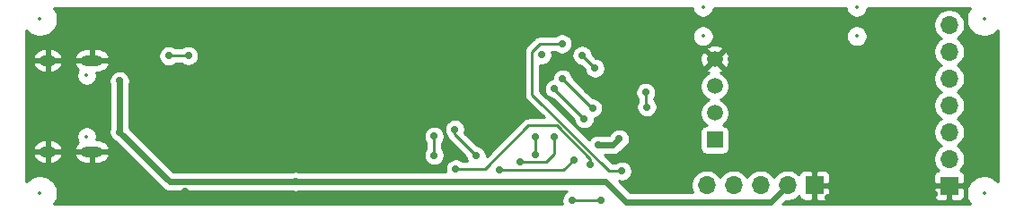
<source format=gbr>
%TF.GenerationSoftware,KiCad,Pcbnew,(5.1.10)-1*%
%TF.CreationDate,2021-05-06T00:31:15+08:00*%
%TF.ProjectId,wifivfd,77696669-7666-4642-9e6b-696361645f70,rev?*%
%TF.SameCoordinates,Original*%
%TF.FileFunction,Copper,L2,Bot*%
%TF.FilePolarity,Positive*%
%FSLAX46Y46*%
G04 Gerber Fmt 4.6, Leading zero omitted, Abs format (unit mm)*
G04 Created by KiCad (PCBNEW (5.1.10)-1) date 2021-05-06 00:31:15*
%MOMM*%
%LPD*%
G01*
G04 APERTURE LIST*
%TA.AperFunction,ComponentPad*%
%ADD10R,1.500000X1.500000*%
%TD*%
%TA.AperFunction,ComponentPad*%
%ADD11C,1.500000*%
%TD*%
%TA.AperFunction,ComponentPad*%
%ADD12O,1.700000X1.700000*%
%TD*%
%TA.AperFunction,ComponentPad*%
%ADD13R,1.700000X1.700000*%
%TD*%
%TA.AperFunction,ComponentPad*%
%ADD14O,2.100000X1.000000*%
%TD*%
%TA.AperFunction,ComponentPad*%
%ADD15O,1.600000X1.000000*%
%TD*%
%TA.AperFunction,ViaPad*%
%ADD16C,0.700000*%
%TD*%
%TA.AperFunction,Conductor*%
%ADD17C,0.600000*%
%TD*%
%TA.AperFunction,Conductor*%
%ADD18C,0.250000*%
%TD*%
%TA.AperFunction,Conductor*%
%ADD19C,0.254000*%
%TD*%
%TA.AperFunction,Conductor*%
%ADD20C,0.350000*%
%TD*%
%ADD21C,0.350000*%
%ADD22O,1.700000X0.600000*%
%ADD23O,1.200000X0.600000*%
G04 APERTURE END LIST*
D10*
%TO.P,DHT11,1*%
%TO.N,+3V3*%
X165600000Y-93200000D03*
D11*
%TO.P,DHT11,2*%
%TO.N,/PIN_D6*%
X165600000Y-90660000D03*
%TO.P,DHT11,3*%
%TO.N,Net-(U3-Pad3)*%
X165600000Y-88120000D03*
%TO.P,DHT11,4*%
%TO.N,GND*%
X165600000Y-85580000D03*
%TD*%
D12*
%TO.P,VFD,7*%
%TO.N,/PIN_D4*%
X187700000Y-82310000D03*
%TO.P,VFD,6*%
%TO.N,/PIN_D5*%
X187700000Y-84850000D03*
%TO.P,VFD,5*%
%TO.N,/PIN_D2*%
X187700000Y-87390000D03*
%TO.P,VFD,4*%
%TO.N,/PIN_D1*%
X187700000Y-89930000D03*
%TO.P,VFD,3*%
%TO.N,/PIN_D0*%
X187700000Y-92470000D03*
%TO.P,VFD,2*%
%TO.N,+5V*%
X187700000Y-95010000D03*
D13*
%TO.P,VFD,1*%
%TO.N,GND*%
X187700000Y-97550000D03*
%TD*%
D14*
%TO.P,Type-C,S1*%
%TO.N,GND*%
X106905000Y-85680000D03*
X106905000Y-94320000D03*
D15*
X102725000Y-85680000D03*
X102725000Y-94320000D03*
%TD*%
D13*
%TO.P,I/O,1*%
%TO.N,GND*%
X175000000Y-97500000D03*
D12*
%TO.P,I/O,2*%
%TO.N,+5V*%
X172460000Y-97500000D03*
%TO.P,I/O,3*%
%TO.N,/ADC*%
X169920000Y-97500000D03*
%TO.P,I/O,4*%
%TO.N,/PIN_D8*%
X167380000Y-97500000D03*
%TO.P,I/O,5*%
%TO.N,/PIN_D7*%
X164840000Y-97500000D03*
%TD*%
D16*
%TO.N,GND*%
X172500000Y-85000000D03*
X174500000Y-85000000D03*
X173500000Y-85000000D03*
X167150000Y-85550000D03*
X115550000Y-86600000D03*
X108950000Y-97300000D03*
X112600000Y-91500000D03*
X154400000Y-81050000D03*
X183400000Y-98300000D03*
X186250000Y-98300000D03*
X176300000Y-98700000D03*
X128250000Y-92750000D03*
X115700000Y-98100000D03*
X120000000Y-81800000D03*
X143100000Y-90700000D03*
X144800000Y-90700000D03*
X144800000Y-89150000D03*
X143100000Y-89150000D03*
X191000000Y-88000000D03*
X191000000Y-89000000D03*
X191000000Y-90000000D03*
X191000000Y-91000000D03*
X131500000Y-87500000D03*
X132500000Y-87500000D03*
X133500000Y-87500000D03*
X134500000Y-87500000D03*
X122500000Y-94000000D03*
X114500000Y-89500000D03*
X115500000Y-89500000D03*
X133000000Y-95500000D03*
X134000000Y-95500000D03*
X135000000Y-95500000D03*
X178500000Y-97000000D03*
X178500000Y-98000000D03*
X168750000Y-82500000D03*
X183250000Y-82450000D03*
X160000000Y-83000000D03*
X174500000Y-83000000D03*
%TO.N,+5V*%
X126100000Y-97150000D03*
X109500000Y-92450000D03*
X109500000Y-87600000D03*
%TO.N,+3V3*%
X154600000Y-93700000D03*
X156600000Y-93100000D03*
%TO.N,/D_N*%
X115982929Y-85232927D03*
X114150000Y-85250000D03*
%TO.N,/PIN_D4*%
X149300000Y-85150000D03*
X153100000Y-85200000D03*
X154310349Y-86410349D03*
%TO.N,/PIN_D5*%
X150450000Y-92899998D03*
X147250000Y-95300004D03*
%TO.N,/PIN_D2*%
X151250000Y-87450000D03*
X154100000Y-90200000D03*
%TO.N,/PIN_D1*%
X153300000Y-91200000D03*
X150500000Y-88350000D03*
%TO.N,/PIN_D0*%
X152300000Y-95100000D03*
X145350000Y-96050000D03*
%TO.N,/PIN_D7*%
X154900000Y-98950000D03*
X152149998Y-98950000D03*
%TO.N,/PIN_D8*%
X151200000Y-84100000D03*
X156850000Y-96150000D03*
%TO.N,/ADC*%
X141200000Y-95950000D03*
X153900000Y-95525010D03*
%TO.N,Net-(R1-Pad1)*%
X141100000Y-92200000D03*
X143100000Y-94700000D03*
%TO.N,/nRST*%
X139150000Y-94650000D03*
X139149996Y-92850000D03*
%TO.N,/PIN_D6*%
X148700000Y-94600000D03*
X148700000Y-92900000D03*
X159100000Y-88700000D03*
X159200000Y-90100000D03*
%TD*%
D17*
%TO.N,+5V*%
X114200000Y-97150000D02*
X109500000Y-92450000D01*
X126100000Y-97150000D02*
X114200000Y-97150000D01*
X109500000Y-92450000D02*
X109500000Y-87600000D01*
X170860000Y-99100000D02*
X172460000Y-97500000D01*
X157250000Y-99100000D02*
X170860000Y-99100000D01*
X155300000Y-97150000D02*
X157250000Y-99100000D01*
X126100000Y-97150000D02*
X155300000Y-97150000D01*
%TO.N,+3V3*%
X156000000Y-93700000D02*
X156600000Y-93100000D01*
X154600000Y-93700000D02*
X156000000Y-93700000D01*
D18*
%TO.N,/D_N*%
X114167073Y-85232927D02*
X114150000Y-85250000D01*
X115982929Y-85232927D02*
X114167073Y-85232927D01*
%TO.N,/PIN_D4*%
X153100000Y-85200000D02*
X154310349Y-86410349D01*
%TO.N,/PIN_D5*%
X149694970Y-95300004D02*
X147250000Y-95300004D01*
X150450000Y-92899998D02*
X150450000Y-94544974D01*
X150450000Y-94544974D02*
X149694970Y-95300004D01*
%TO.N,/PIN_D2*%
X151250000Y-87450000D02*
X154000000Y-90200000D01*
X154000000Y-90200000D02*
X154100000Y-90200000D01*
%TO.N,/PIN_D1*%
X150500000Y-88400000D02*
X150500000Y-88350000D01*
X153300000Y-91200000D02*
X150500000Y-88400000D01*
%TO.N,/PIN_D0*%
X152300000Y-95100000D02*
X151350000Y-96050000D01*
X151350000Y-96050000D02*
X145350000Y-96050000D01*
%TO.N,/PIN_D7*%
X154900000Y-98950000D02*
X152149998Y-98950000D01*
%TO.N,/PIN_D8*%
X148400000Y-88900000D02*
X155650000Y-96150000D01*
X155650000Y-96150000D02*
X156850000Y-96150000D01*
X148400000Y-84850000D02*
X148400000Y-88900000D01*
X149150000Y-84100000D02*
X148400000Y-84850000D01*
X151200000Y-84100000D02*
X149150000Y-84100000D01*
%TO.N,/ADC*%
X150719964Y-91850000D02*
X153900000Y-95030036D01*
X153900000Y-95030036D02*
X153900000Y-95525010D01*
X148050000Y-91850000D02*
X150719964Y-91850000D01*
X143950000Y-95950000D02*
X148050000Y-91850000D01*
X141200000Y-95950000D02*
X143950000Y-95950000D01*
%TO.N,Net-(R1-Pad1)*%
X141100000Y-92700000D02*
X143100000Y-94700000D01*
X141100000Y-92200000D02*
X141100000Y-92700000D01*
%TO.N,/nRST*%
X139150000Y-94650000D02*
X139150000Y-92850004D01*
X139150000Y-92850004D02*
X139149996Y-92850000D01*
%TO.N,/PIN_D6*%
X148700000Y-94600000D02*
X148700000Y-92900000D01*
X159100000Y-90000000D02*
X159200000Y-90100000D01*
X159100000Y-88700000D02*
X159100000Y-90000000D01*
%TD*%
D19*
%TO.N,GND*%
X163490000Y-80724476D02*
X163528814Y-80919606D01*
X163604950Y-81103414D01*
X163715482Y-81268837D01*
X163856163Y-81409518D01*
X164021586Y-81520050D01*
X164205394Y-81596186D01*
X164400524Y-81635000D01*
X164599476Y-81635000D01*
X164794606Y-81596186D01*
X164978414Y-81520050D01*
X165143837Y-81409518D01*
X165284518Y-81268837D01*
X165395050Y-81103414D01*
X165471186Y-80919606D01*
X165510000Y-80724476D01*
X165510000Y-80710000D01*
X177990000Y-80710000D01*
X177990000Y-80724476D01*
X178028814Y-80919606D01*
X178104950Y-81103414D01*
X178215482Y-81268837D01*
X178356163Y-81409518D01*
X178521586Y-81520050D01*
X178705394Y-81596186D01*
X178900524Y-81635000D01*
X179099476Y-81635000D01*
X179294606Y-81596186D01*
X179478414Y-81520050D01*
X179643837Y-81409518D01*
X179784518Y-81268837D01*
X179895050Y-81103414D01*
X179971186Y-80919606D01*
X180010000Y-80724476D01*
X180010000Y-80710000D01*
X189668373Y-80710000D01*
X189506772Y-80951853D01*
X189379754Y-81258504D01*
X189315000Y-81584042D01*
X189315000Y-81915958D01*
X189379754Y-82241496D01*
X189506772Y-82548147D01*
X189691175Y-82824125D01*
X189925875Y-83058825D01*
X190201853Y-83243228D01*
X190508504Y-83370246D01*
X190834042Y-83435000D01*
X191165958Y-83435000D01*
X191491496Y-83370246D01*
X191798147Y-83243228D01*
X192074125Y-83058825D01*
X192290001Y-82842949D01*
X192290000Y-97157050D01*
X192074125Y-96941175D01*
X191798147Y-96756772D01*
X191491496Y-96629754D01*
X191165958Y-96565000D01*
X190834042Y-96565000D01*
X190508504Y-96629754D01*
X190201853Y-96756772D01*
X189925875Y-96941175D01*
X189691175Y-97175875D01*
X189506772Y-97451853D01*
X189379754Y-97758504D01*
X189315000Y-98084042D01*
X189315000Y-98415958D01*
X189379754Y-98741496D01*
X189506772Y-99048147D01*
X189668373Y-99290000D01*
X171992289Y-99290000D01*
X172300018Y-98982271D01*
X172313740Y-98985000D01*
X172606260Y-98985000D01*
X172893158Y-98927932D01*
X173163411Y-98815990D01*
X173406632Y-98653475D01*
X173538487Y-98521620D01*
X173560498Y-98594180D01*
X173619463Y-98704494D01*
X173698815Y-98801185D01*
X173795506Y-98880537D01*
X173905820Y-98939502D01*
X174025518Y-98975812D01*
X174150000Y-98988072D01*
X174714250Y-98985000D01*
X174873000Y-98826250D01*
X174873000Y-97627000D01*
X175127000Y-97627000D01*
X175127000Y-98826250D01*
X175285750Y-98985000D01*
X175850000Y-98988072D01*
X175974482Y-98975812D01*
X176094180Y-98939502D01*
X176204494Y-98880537D01*
X176301185Y-98801185D01*
X176380537Y-98704494D01*
X176439502Y-98594180D01*
X176475812Y-98474482D01*
X176483147Y-98400000D01*
X186211928Y-98400000D01*
X186224188Y-98524482D01*
X186260498Y-98644180D01*
X186319463Y-98754494D01*
X186398815Y-98851185D01*
X186495506Y-98930537D01*
X186605820Y-98989502D01*
X186725518Y-99025812D01*
X186850000Y-99038072D01*
X187414250Y-99035000D01*
X187573000Y-98876250D01*
X187573000Y-97677000D01*
X187827000Y-97677000D01*
X187827000Y-98876250D01*
X187985750Y-99035000D01*
X188550000Y-99038072D01*
X188674482Y-99025812D01*
X188794180Y-98989502D01*
X188904494Y-98930537D01*
X189001185Y-98851185D01*
X189080537Y-98754494D01*
X189139502Y-98644180D01*
X189175812Y-98524482D01*
X189188072Y-98400000D01*
X189185000Y-97835750D01*
X189026250Y-97677000D01*
X187827000Y-97677000D01*
X187573000Y-97677000D01*
X186373750Y-97677000D01*
X186215000Y-97835750D01*
X186211928Y-98400000D01*
X176483147Y-98400000D01*
X176488072Y-98350000D01*
X176485000Y-97785750D01*
X176326250Y-97627000D01*
X175127000Y-97627000D01*
X174873000Y-97627000D01*
X174853000Y-97627000D01*
X174853000Y-97373000D01*
X174873000Y-97373000D01*
X174873000Y-96173750D01*
X175127000Y-96173750D01*
X175127000Y-97373000D01*
X176326250Y-97373000D01*
X176485000Y-97214250D01*
X176487799Y-96700000D01*
X186211928Y-96700000D01*
X186215000Y-97264250D01*
X186373750Y-97423000D01*
X187573000Y-97423000D01*
X187573000Y-97403000D01*
X187827000Y-97403000D01*
X187827000Y-97423000D01*
X189026250Y-97423000D01*
X189185000Y-97264250D01*
X189188072Y-96700000D01*
X189175812Y-96575518D01*
X189139502Y-96455820D01*
X189080537Y-96345506D01*
X189001185Y-96248815D01*
X188904494Y-96169463D01*
X188794180Y-96110498D01*
X188721620Y-96088487D01*
X188853475Y-95956632D01*
X189015990Y-95713411D01*
X189127932Y-95443158D01*
X189185000Y-95156260D01*
X189185000Y-94863740D01*
X189127932Y-94576842D01*
X189015990Y-94306589D01*
X188853475Y-94063368D01*
X188646632Y-93856525D01*
X188472240Y-93740000D01*
X188646632Y-93623475D01*
X188853475Y-93416632D01*
X189015990Y-93173411D01*
X189127932Y-92903158D01*
X189185000Y-92616260D01*
X189185000Y-92323740D01*
X189127932Y-92036842D01*
X189015990Y-91766589D01*
X188853475Y-91523368D01*
X188646632Y-91316525D01*
X188472240Y-91200000D01*
X188646632Y-91083475D01*
X188853475Y-90876632D01*
X189015990Y-90633411D01*
X189127932Y-90363158D01*
X189185000Y-90076260D01*
X189185000Y-89783740D01*
X189127932Y-89496842D01*
X189015990Y-89226589D01*
X188853475Y-88983368D01*
X188646632Y-88776525D01*
X188472240Y-88660000D01*
X188646632Y-88543475D01*
X188853475Y-88336632D01*
X189015990Y-88093411D01*
X189127932Y-87823158D01*
X189185000Y-87536260D01*
X189185000Y-87243740D01*
X189127932Y-86956842D01*
X189015990Y-86686589D01*
X188853475Y-86443368D01*
X188646632Y-86236525D01*
X188472240Y-86120000D01*
X188646632Y-86003475D01*
X188853475Y-85796632D01*
X189015990Y-85553411D01*
X189127932Y-85283158D01*
X189185000Y-84996260D01*
X189185000Y-84703740D01*
X189127932Y-84416842D01*
X189015990Y-84146589D01*
X188853475Y-83903368D01*
X188646632Y-83696525D01*
X188472240Y-83580000D01*
X188646632Y-83463475D01*
X188853475Y-83256632D01*
X189015990Y-83013411D01*
X189127932Y-82743158D01*
X189185000Y-82456260D01*
X189185000Y-82163740D01*
X189127932Y-81876842D01*
X189015990Y-81606589D01*
X188853475Y-81363368D01*
X188646632Y-81156525D01*
X188403411Y-80994010D01*
X188133158Y-80882068D01*
X187846260Y-80825000D01*
X187553740Y-80825000D01*
X187266842Y-80882068D01*
X186996589Y-80994010D01*
X186753368Y-81156525D01*
X186546525Y-81363368D01*
X186384010Y-81606589D01*
X186272068Y-81876842D01*
X186215000Y-82163740D01*
X186215000Y-82456260D01*
X186272068Y-82743158D01*
X186384010Y-83013411D01*
X186546525Y-83256632D01*
X186753368Y-83463475D01*
X186927760Y-83580000D01*
X186753368Y-83696525D01*
X186546525Y-83903368D01*
X186384010Y-84146589D01*
X186272068Y-84416842D01*
X186215000Y-84703740D01*
X186215000Y-84996260D01*
X186272068Y-85283158D01*
X186384010Y-85553411D01*
X186546525Y-85796632D01*
X186753368Y-86003475D01*
X186927760Y-86120000D01*
X186753368Y-86236525D01*
X186546525Y-86443368D01*
X186384010Y-86686589D01*
X186272068Y-86956842D01*
X186215000Y-87243740D01*
X186215000Y-87536260D01*
X186272068Y-87823158D01*
X186384010Y-88093411D01*
X186546525Y-88336632D01*
X186753368Y-88543475D01*
X186927760Y-88660000D01*
X186753368Y-88776525D01*
X186546525Y-88983368D01*
X186384010Y-89226589D01*
X186272068Y-89496842D01*
X186215000Y-89783740D01*
X186215000Y-90076260D01*
X186272068Y-90363158D01*
X186384010Y-90633411D01*
X186546525Y-90876632D01*
X186753368Y-91083475D01*
X186927760Y-91200000D01*
X186753368Y-91316525D01*
X186546525Y-91523368D01*
X186384010Y-91766589D01*
X186272068Y-92036842D01*
X186215000Y-92323740D01*
X186215000Y-92616260D01*
X186272068Y-92903158D01*
X186384010Y-93173411D01*
X186546525Y-93416632D01*
X186753368Y-93623475D01*
X186927760Y-93740000D01*
X186753368Y-93856525D01*
X186546525Y-94063368D01*
X186384010Y-94306589D01*
X186272068Y-94576842D01*
X186215000Y-94863740D01*
X186215000Y-95156260D01*
X186272068Y-95443158D01*
X186384010Y-95713411D01*
X186546525Y-95956632D01*
X186678380Y-96088487D01*
X186605820Y-96110498D01*
X186495506Y-96169463D01*
X186398815Y-96248815D01*
X186319463Y-96345506D01*
X186260498Y-96455820D01*
X186224188Y-96575518D01*
X186211928Y-96700000D01*
X176487799Y-96700000D01*
X176488072Y-96650000D01*
X176475812Y-96525518D01*
X176439502Y-96405820D01*
X176380537Y-96295506D01*
X176301185Y-96198815D01*
X176204494Y-96119463D01*
X176094180Y-96060498D01*
X175974482Y-96024188D01*
X175850000Y-96011928D01*
X175285750Y-96015000D01*
X175127000Y-96173750D01*
X174873000Y-96173750D01*
X174714250Y-96015000D01*
X174150000Y-96011928D01*
X174025518Y-96024188D01*
X173905820Y-96060498D01*
X173795506Y-96119463D01*
X173698815Y-96198815D01*
X173619463Y-96295506D01*
X173560498Y-96405820D01*
X173538487Y-96478380D01*
X173406632Y-96346525D01*
X173163411Y-96184010D01*
X172893158Y-96072068D01*
X172606260Y-96015000D01*
X172313740Y-96015000D01*
X172026842Y-96072068D01*
X171756589Y-96184010D01*
X171513368Y-96346525D01*
X171306525Y-96553368D01*
X171190000Y-96727760D01*
X171073475Y-96553368D01*
X170866632Y-96346525D01*
X170623411Y-96184010D01*
X170353158Y-96072068D01*
X170066260Y-96015000D01*
X169773740Y-96015000D01*
X169486842Y-96072068D01*
X169216589Y-96184010D01*
X168973368Y-96346525D01*
X168766525Y-96553368D01*
X168650000Y-96727760D01*
X168533475Y-96553368D01*
X168326632Y-96346525D01*
X168083411Y-96184010D01*
X167813158Y-96072068D01*
X167526260Y-96015000D01*
X167233740Y-96015000D01*
X166946842Y-96072068D01*
X166676589Y-96184010D01*
X166433368Y-96346525D01*
X166226525Y-96553368D01*
X166110000Y-96727760D01*
X165993475Y-96553368D01*
X165786632Y-96346525D01*
X165543411Y-96184010D01*
X165273158Y-96072068D01*
X164986260Y-96015000D01*
X164693740Y-96015000D01*
X164406842Y-96072068D01*
X164136589Y-96184010D01*
X163893368Y-96346525D01*
X163686525Y-96553368D01*
X163524010Y-96796589D01*
X163412068Y-97066842D01*
X163355000Y-97353740D01*
X163355000Y-97646260D01*
X163412068Y-97933158D01*
X163508100Y-98165000D01*
X157637290Y-98165000D01*
X156571112Y-97098823D01*
X156752986Y-97135000D01*
X156947014Y-97135000D01*
X157137314Y-97097147D01*
X157316572Y-97022896D01*
X157477901Y-96915099D01*
X157615099Y-96777901D01*
X157722896Y-96616572D01*
X157797147Y-96437314D01*
X157835000Y-96247014D01*
X157835000Y-96052986D01*
X157797147Y-95862686D01*
X157722896Y-95683428D01*
X157615099Y-95522099D01*
X157477901Y-95384901D01*
X157316572Y-95277104D01*
X157137314Y-95202853D01*
X156947014Y-95165000D01*
X156752986Y-95165000D01*
X156562686Y-95202853D01*
X156383428Y-95277104D01*
X156222099Y-95384901D01*
X156217000Y-95390000D01*
X155964802Y-95390000D01*
X155209802Y-94635000D01*
X155954068Y-94635000D01*
X156000000Y-94639524D01*
X156045932Y-94635000D01*
X156183292Y-94621471D01*
X156359540Y-94568007D01*
X156521972Y-94481186D01*
X156664344Y-94364344D01*
X156693630Y-94328659D01*
X157037246Y-93985043D01*
X157066572Y-93972896D01*
X157227901Y-93865099D01*
X157365099Y-93727901D01*
X157472896Y-93566572D01*
X157547147Y-93387314D01*
X157585000Y-93197014D01*
X157585000Y-93002986D01*
X157547147Y-92812686D01*
X157472896Y-92633428D01*
X157365099Y-92472099D01*
X157343000Y-92450000D01*
X164211928Y-92450000D01*
X164211928Y-93950000D01*
X164224188Y-94074482D01*
X164260498Y-94194180D01*
X164319463Y-94304494D01*
X164398815Y-94401185D01*
X164495506Y-94480537D01*
X164605820Y-94539502D01*
X164725518Y-94575812D01*
X164850000Y-94588072D01*
X166350000Y-94588072D01*
X166474482Y-94575812D01*
X166594180Y-94539502D01*
X166704494Y-94480537D01*
X166801185Y-94401185D01*
X166880537Y-94304494D01*
X166939502Y-94194180D01*
X166975812Y-94074482D01*
X166988072Y-93950000D01*
X166988072Y-92450000D01*
X166975812Y-92325518D01*
X166939502Y-92205820D01*
X166880537Y-92095506D01*
X166801185Y-91998815D01*
X166704494Y-91919463D01*
X166594180Y-91860498D01*
X166474482Y-91824188D01*
X166366517Y-91813555D01*
X166482886Y-91735799D01*
X166675799Y-91542886D01*
X166827371Y-91316043D01*
X166931775Y-91063989D01*
X166985000Y-90796411D01*
X166985000Y-90523589D01*
X166931775Y-90256011D01*
X166827371Y-90003957D01*
X166675799Y-89777114D01*
X166482886Y-89584201D01*
X166256043Y-89432629D01*
X166153127Y-89390000D01*
X166256043Y-89347371D01*
X166482886Y-89195799D01*
X166675799Y-89002886D01*
X166827371Y-88776043D01*
X166931775Y-88523989D01*
X166985000Y-88256411D01*
X166985000Y-87983589D01*
X166931775Y-87716011D01*
X166827371Y-87463957D01*
X166675799Y-87237114D01*
X166482886Y-87044201D01*
X166256043Y-86892629D01*
X166156721Y-86851489D01*
X166198832Y-86836277D01*
X166311863Y-86775860D01*
X166377388Y-86536993D01*
X165600000Y-85759605D01*
X164822612Y-86536993D01*
X164888137Y-86775860D01*
X165046477Y-86850164D01*
X164943957Y-86892629D01*
X164717114Y-87044201D01*
X164524201Y-87237114D01*
X164372629Y-87463957D01*
X164268225Y-87716011D01*
X164215000Y-87983589D01*
X164215000Y-88256411D01*
X164268225Y-88523989D01*
X164372629Y-88776043D01*
X164524201Y-89002886D01*
X164717114Y-89195799D01*
X164943957Y-89347371D01*
X165046873Y-89390000D01*
X164943957Y-89432629D01*
X164717114Y-89584201D01*
X164524201Y-89777114D01*
X164372629Y-90003957D01*
X164268225Y-90256011D01*
X164215000Y-90523589D01*
X164215000Y-90796411D01*
X164268225Y-91063989D01*
X164372629Y-91316043D01*
X164524201Y-91542886D01*
X164717114Y-91735799D01*
X164833483Y-91813555D01*
X164725518Y-91824188D01*
X164605820Y-91860498D01*
X164495506Y-91919463D01*
X164398815Y-91998815D01*
X164319463Y-92095506D01*
X164260498Y-92205820D01*
X164224188Y-92325518D01*
X164211928Y-92450000D01*
X157343000Y-92450000D01*
X157227901Y-92334901D01*
X157066572Y-92227104D01*
X156887314Y-92152853D01*
X156697014Y-92115000D01*
X156502986Y-92115000D01*
X156312686Y-92152853D01*
X156133428Y-92227104D01*
X155972099Y-92334901D01*
X155834901Y-92472099D01*
X155727104Y-92633428D01*
X155714957Y-92662754D01*
X155612711Y-92765000D01*
X154916639Y-92765000D01*
X154887314Y-92752853D01*
X154697014Y-92715000D01*
X154502986Y-92715000D01*
X154312686Y-92752853D01*
X154133428Y-92827104D01*
X153972099Y-92934901D01*
X153834901Y-93072099D01*
X153759598Y-93184797D01*
X149160000Y-88585199D01*
X149160000Y-88252986D01*
X149515000Y-88252986D01*
X149515000Y-88447014D01*
X149552853Y-88637314D01*
X149627104Y-88816572D01*
X149734901Y-88977901D01*
X149872099Y-89115099D01*
X150033428Y-89222896D01*
X150212686Y-89297147D01*
X150349575Y-89324376D01*
X152315000Y-91289802D01*
X152315000Y-91297014D01*
X152352853Y-91487314D01*
X152427104Y-91666572D01*
X152534901Y-91827901D01*
X152672099Y-91965099D01*
X152833428Y-92072896D01*
X153012686Y-92147147D01*
X153202986Y-92185000D01*
X153397014Y-92185000D01*
X153587314Y-92147147D01*
X153766572Y-92072896D01*
X153927901Y-91965099D01*
X154065099Y-91827901D01*
X154172896Y-91666572D01*
X154247147Y-91487314D01*
X154285000Y-91297014D01*
X154285000Y-91167499D01*
X154387314Y-91147147D01*
X154566572Y-91072896D01*
X154727901Y-90965099D01*
X154865099Y-90827901D01*
X154972896Y-90666572D01*
X155047147Y-90487314D01*
X155085000Y-90297014D01*
X155085000Y-90102986D01*
X155047147Y-89912686D01*
X154972896Y-89733428D01*
X154865099Y-89572099D01*
X154727901Y-89434901D01*
X154566572Y-89327104D01*
X154387314Y-89252853D01*
X154197014Y-89215000D01*
X154089802Y-89215000D01*
X153477788Y-88602986D01*
X158115000Y-88602986D01*
X158115000Y-88797014D01*
X158152853Y-88987314D01*
X158227104Y-89166572D01*
X158334901Y-89327901D01*
X158340000Y-89333000D01*
X158340001Y-89614127D01*
X158327104Y-89633428D01*
X158252853Y-89812686D01*
X158215000Y-90002986D01*
X158215000Y-90197014D01*
X158252853Y-90387314D01*
X158327104Y-90566572D01*
X158434901Y-90727901D01*
X158572099Y-90865099D01*
X158733428Y-90972896D01*
X158912686Y-91047147D01*
X159102986Y-91085000D01*
X159297014Y-91085000D01*
X159487314Y-91047147D01*
X159666572Y-90972896D01*
X159827901Y-90865099D01*
X159965099Y-90727901D01*
X160072896Y-90566572D01*
X160147147Y-90387314D01*
X160185000Y-90197014D01*
X160185000Y-90002986D01*
X160147147Y-89812686D01*
X160072896Y-89633428D01*
X159965099Y-89472099D01*
X159860000Y-89367000D01*
X159860000Y-89333000D01*
X159865099Y-89327901D01*
X159972896Y-89166572D01*
X160047147Y-88987314D01*
X160085000Y-88797014D01*
X160085000Y-88602986D01*
X160047147Y-88412686D01*
X159972896Y-88233428D01*
X159865099Y-88072099D01*
X159727901Y-87934901D01*
X159566572Y-87827104D01*
X159387314Y-87752853D01*
X159197014Y-87715000D01*
X159002986Y-87715000D01*
X158812686Y-87752853D01*
X158633428Y-87827104D01*
X158472099Y-87934901D01*
X158334901Y-88072099D01*
X158227104Y-88233428D01*
X158152853Y-88412686D01*
X158115000Y-88602986D01*
X153477788Y-88602986D01*
X152235000Y-87360199D01*
X152235000Y-87352986D01*
X152197147Y-87162686D01*
X152122896Y-86983428D01*
X152015099Y-86822099D01*
X151877901Y-86684901D01*
X151716572Y-86577104D01*
X151537314Y-86502853D01*
X151347014Y-86465000D01*
X151152986Y-86465000D01*
X150962686Y-86502853D01*
X150783428Y-86577104D01*
X150622099Y-86684901D01*
X150484901Y-86822099D01*
X150377104Y-86983428D01*
X150302853Y-87162686D01*
X150265000Y-87352986D01*
X150265000Y-87392447D01*
X150212686Y-87402853D01*
X150033428Y-87477104D01*
X149872099Y-87584901D01*
X149734901Y-87722099D01*
X149627104Y-87883428D01*
X149552853Y-88062686D01*
X149515000Y-88252986D01*
X149160000Y-88252986D01*
X149160000Y-86126450D01*
X149202986Y-86135000D01*
X149397014Y-86135000D01*
X149587314Y-86097147D01*
X149766572Y-86022896D01*
X149927901Y-85915099D01*
X150065099Y-85777901D01*
X150172896Y-85616572D01*
X150247147Y-85437314D01*
X150285000Y-85247014D01*
X150285000Y-85102986D01*
X152115000Y-85102986D01*
X152115000Y-85297014D01*
X152152853Y-85487314D01*
X152227104Y-85666572D01*
X152334901Y-85827901D01*
X152472099Y-85965099D01*
X152633428Y-86072896D01*
X152812686Y-86147147D01*
X153002986Y-86185000D01*
X153010199Y-86185000D01*
X153325349Y-86500151D01*
X153325349Y-86507363D01*
X153363202Y-86697663D01*
X153437453Y-86876921D01*
X153545250Y-87038250D01*
X153682448Y-87175448D01*
X153843777Y-87283245D01*
X154023035Y-87357496D01*
X154213335Y-87395349D01*
X154407363Y-87395349D01*
X154597663Y-87357496D01*
X154776921Y-87283245D01*
X154938250Y-87175448D01*
X155075448Y-87038250D01*
X155183245Y-86876921D01*
X155257496Y-86697663D01*
X155295349Y-86507363D01*
X155295349Y-86313335D01*
X155257496Y-86123035D01*
X155183245Y-85943777D01*
X155075448Y-85782448D01*
X154945492Y-85652492D01*
X164210188Y-85652492D01*
X164251035Y-85922238D01*
X164343723Y-86178832D01*
X164404140Y-86291863D01*
X164643007Y-86357388D01*
X165420395Y-85580000D01*
X165779605Y-85580000D01*
X166556993Y-86357388D01*
X166795860Y-86291863D01*
X166911760Y-86044884D01*
X166977250Y-85780040D01*
X166989812Y-85507508D01*
X166948965Y-85237762D01*
X166856277Y-84981168D01*
X166795860Y-84868137D01*
X166556993Y-84802612D01*
X165779605Y-85580000D01*
X165420395Y-85580000D01*
X164643007Y-84802612D01*
X164404140Y-84868137D01*
X164288240Y-85115116D01*
X164222750Y-85379960D01*
X164210188Y-85652492D01*
X154945492Y-85652492D01*
X154938250Y-85645250D01*
X154776921Y-85537453D01*
X154597663Y-85463202D01*
X154407363Y-85425349D01*
X154400151Y-85425349D01*
X154085000Y-85110199D01*
X154085000Y-85102986D01*
X154047147Y-84912686D01*
X153972896Y-84733428D01*
X153899115Y-84623007D01*
X164822612Y-84623007D01*
X165600000Y-85400395D01*
X166377388Y-84623007D01*
X166311863Y-84384140D01*
X166064884Y-84268240D01*
X165800040Y-84202750D01*
X165527508Y-84190188D01*
X165257762Y-84231035D01*
X165001168Y-84323723D01*
X164888137Y-84384140D01*
X164822612Y-84623007D01*
X153899115Y-84623007D01*
X153865099Y-84572099D01*
X153727901Y-84434901D01*
X153566572Y-84327104D01*
X153387314Y-84252853D01*
X153197014Y-84215000D01*
X153002986Y-84215000D01*
X152812686Y-84252853D01*
X152633428Y-84327104D01*
X152472099Y-84434901D01*
X152334901Y-84572099D01*
X152227104Y-84733428D01*
X152152853Y-84912686D01*
X152115000Y-85102986D01*
X150285000Y-85102986D01*
X150285000Y-85052986D01*
X150247147Y-84862686D01*
X150246034Y-84860000D01*
X150567000Y-84860000D01*
X150572099Y-84865099D01*
X150733428Y-84972896D01*
X150912686Y-85047147D01*
X151102986Y-85085000D01*
X151297014Y-85085000D01*
X151487314Y-85047147D01*
X151666572Y-84972896D01*
X151827901Y-84865099D01*
X151965099Y-84727901D01*
X152072896Y-84566572D01*
X152147147Y-84387314D01*
X152185000Y-84197014D01*
X152185000Y-84002986D01*
X152147147Y-83812686D01*
X152072896Y-83633428D01*
X151965099Y-83472099D01*
X151827901Y-83334901D01*
X151739038Y-83275524D01*
X163490000Y-83275524D01*
X163490000Y-83474476D01*
X163528814Y-83669606D01*
X163604950Y-83853414D01*
X163715482Y-84018837D01*
X163856163Y-84159518D01*
X164021586Y-84270050D01*
X164205394Y-84346186D01*
X164400524Y-84385000D01*
X164599476Y-84385000D01*
X164794606Y-84346186D01*
X164978414Y-84270050D01*
X165143837Y-84159518D01*
X165284518Y-84018837D01*
X165395050Y-83853414D01*
X165471186Y-83669606D01*
X165510000Y-83474476D01*
X165510000Y-83275524D01*
X177990000Y-83275524D01*
X177990000Y-83474476D01*
X178028814Y-83669606D01*
X178104950Y-83853414D01*
X178215482Y-84018837D01*
X178356163Y-84159518D01*
X178521586Y-84270050D01*
X178705394Y-84346186D01*
X178900524Y-84385000D01*
X179099476Y-84385000D01*
X179294606Y-84346186D01*
X179478414Y-84270050D01*
X179643837Y-84159518D01*
X179784518Y-84018837D01*
X179895050Y-83853414D01*
X179971186Y-83669606D01*
X180010000Y-83474476D01*
X180010000Y-83275524D01*
X179971186Y-83080394D01*
X179895050Y-82896586D01*
X179784518Y-82731163D01*
X179643837Y-82590482D01*
X179478414Y-82479950D01*
X179294606Y-82403814D01*
X179099476Y-82365000D01*
X178900524Y-82365000D01*
X178705394Y-82403814D01*
X178521586Y-82479950D01*
X178356163Y-82590482D01*
X178215482Y-82731163D01*
X178104950Y-82896586D01*
X178028814Y-83080394D01*
X177990000Y-83275524D01*
X165510000Y-83275524D01*
X165471186Y-83080394D01*
X165395050Y-82896586D01*
X165284518Y-82731163D01*
X165143837Y-82590482D01*
X164978414Y-82479950D01*
X164794606Y-82403814D01*
X164599476Y-82365000D01*
X164400524Y-82365000D01*
X164205394Y-82403814D01*
X164021586Y-82479950D01*
X163856163Y-82590482D01*
X163715482Y-82731163D01*
X163604950Y-82896586D01*
X163528814Y-83080394D01*
X163490000Y-83275524D01*
X151739038Y-83275524D01*
X151666572Y-83227104D01*
X151487314Y-83152853D01*
X151297014Y-83115000D01*
X151102986Y-83115000D01*
X150912686Y-83152853D01*
X150733428Y-83227104D01*
X150572099Y-83334901D01*
X150567000Y-83340000D01*
X149187322Y-83340000D01*
X149149999Y-83336324D01*
X149112676Y-83340000D01*
X149112667Y-83340000D01*
X149001014Y-83350997D01*
X148857753Y-83394454D01*
X148725724Y-83465026D01*
X148609999Y-83559999D01*
X148586201Y-83588998D01*
X147889002Y-84286197D01*
X147859999Y-84309999D01*
X147818939Y-84360031D01*
X147765026Y-84425724D01*
X147712348Y-84524277D01*
X147694454Y-84557754D01*
X147650997Y-84701015D01*
X147640000Y-84812668D01*
X147640000Y-84812678D01*
X147636324Y-84850000D01*
X147640000Y-84887323D01*
X147640001Y-88862668D01*
X147636324Y-88900000D01*
X147640001Y-88937333D01*
X147646458Y-89002886D01*
X147650998Y-89048985D01*
X147694454Y-89192246D01*
X147765026Y-89324276D01*
X147836201Y-89411002D01*
X147860000Y-89440001D01*
X147888998Y-89463799D01*
X149515199Y-91090000D01*
X148087333Y-91090000D01*
X148050000Y-91086323D01*
X148012667Y-91090000D01*
X147901014Y-91100997D01*
X147757753Y-91144454D01*
X147625724Y-91215026D01*
X147509999Y-91309999D01*
X147486201Y-91338997D01*
X144085000Y-94740199D01*
X144085000Y-94602986D01*
X144047147Y-94412686D01*
X143972896Y-94233428D01*
X143865099Y-94072099D01*
X143727901Y-93934901D01*
X143566572Y-93827104D01*
X143387314Y-93752853D01*
X143197014Y-93715000D01*
X143189802Y-93715000D01*
X142022242Y-92547441D01*
X142047147Y-92487314D01*
X142085000Y-92297014D01*
X142085000Y-92102986D01*
X142047147Y-91912686D01*
X141972896Y-91733428D01*
X141865099Y-91572099D01*
X141727901Y-91434901D01*
X141566572Y-91327104D01*
X141387314Y-91252853D01*
X141197014Y-91215000D01*
X141002986Y-91215000D01*
X140812686Y-91252853D01*
X140633428Y-91327104D01*
X140472099Y-91434901D01*
X140334901Y-91572099D01*
X140227104Y-91733428D01*
X140152853Y-91912686D01*
X140115000Y-92102986D01*
X140115000Y-92297014D01*
X140152853Y-92487314D01*
X140227104Y-92666572D01*
X140334901Y-92827901D01*
X140350452Y-92843452D01*
X140350997Y-92848986D01*
X140394454Y-92992247D01*
X140465026Y-93124276D01*
X140560000Y-93240001D01*
X140588998Y-93263799D01*
X142115000Y-94789802D01*
X142115000Y-94797014D01*
X142152853Y-94987314D01*
X142227104Y-95166572D01*
X142242758Y-95190000D01*
X141833000Y-95190000D01*
X141827901Y-95184901D01*
X141666572Y-95077104D01*
X141487314Y-95002853D01*
X141297014Y-94965000D01*
X141102986Y-94965000D01*
X140912686Y-95002853D01*
X140733428Y-95077104D01*
X140572099Y-95184901D01*
X140434901Y-95322099D01*
X140327104Y-95483428D01*
X140252853Y-95662686D01*
X140215000Y-95852986D01*
X140215000Y-96047014D01*
X140248414Y-96215000D01*
X126416639Y-96215000D01*
X126387314Y-96202853D01*
X126197014Y-96165000D01*
X126002986Y-96165000D01*
X125812686Y-96202853D01*
X125783361Y-96215000D01*
X114587289Y-96215000D01*
X111125275Y-92752986D01*
X138164996Y-92752986D01*
X138164996Y-92947014D01*
X138202849Y-93137314D01*
X138277100Y-93316572D01*
X138384897Y-93477901D01*
X138390001Y-93483005D01*
X138390000Y-94017000D01*
X138384901Y-94022099D01*
X138277104Y-94183428D01*
X138202853Y-94362686D01*
X138165000Y-94552986D01*
X138165000Y-94747014D01*
X138202853Y-94937314D01*
X138277104Y-95116572D01*
X138384901Y-95277901D01*
X138522099Y-95415099D01*
X138683428Y-95522896D01*
X138862686Y-95597147D01*
X139052986Y-95635000D01*
X139247014Y-95635000D01*
X139437314Y-95597147D01*
X139616572Y-95522896D01*
X139777901Y-95415099D01*
X139915099Y-95277901D01*
X140022896Y-95116572D01*
X140097147Y-94937314D01*
X140135000Y-94747014D01*
X140135000Y-94552986D01*
X140097147Y-94362686D01*
X140022896Y-94183428D01*
X139915099Y-94022099D01*
X139910000Y-94017000D01*
X139910000Y-93482996D01*
X139915095Y-93477901D01*
X140022892Y-93316572D01*
X140097143Y-93137314D01*
X140134996Y-92947014D01*
X140134996Y-92752986D01*
X140097143Y-92562686D01*
X140022892Y-92383428D01*
X139915095Y-92222099D01*
X139777897Y-92084901D01*
X139616568Y-91977104D01*
X139437310Y-91902853D01*
X139247010Y-91865000D01*
X139052982Y-91865000D01*
X138862682Y-91902853D01*
X138683424Y-91977104D01*
X138522095Y-92084901D01*
X138384897Y-92222099D01*
X138277100Y-92383428D01*
X138202849Y-92562686D01*
X138164996Y-92752986D01*
X111125275Y-92752986D01*
X110435000Y-92062711D01*
X110435000Y-87916639D01*
X110447147Y-87887314D01*
X110485000Y-87697014D01*
X110485000Y-87502986D01*
X110447147Y-87312686D01*
X110372896Y-87133428D01*
X110265099Y-86972099D01*
X110127901Y-86834901D01*
X109966572Y-86727104D01*
X109787314Y-86652853D01*
X109597014Y-86615000D01*
X109402986Y-86615000D01*
X109212686Y-86652853D01*
X109033428Y-86727104D01*
X108872099Y-86834901D01*
X108734901Y-86972099D01*
X108627104Y-87133428D01*
X108552853Y-87312686D01*
X108515000Y-87502986D01*
X108515000Y-87697014D01*
X108552853Y-87887314D01*
X108565001Y-87916642D01*
X108565000Y-92133360D01*
X108552853Y-92162686D01*
X108515000Y-92352986D01*
X108515000Y-92547014D01*
X108552853Y-92737314D01*
X108627104Y-92916572D01*
X108734901Y-93077901D01*
X108872099Y-93215099D01*
X109033428Y-93322896D01*
X109062754Y-93335043D01*
X113506370Y-97778659D01*
X113535656Y-97814344D01*
X113678028Y-97931186D01*
X113840460Y-98018007D01*
X113912828Y-98039959D01*
X114016708Y-98071472D01*
X114200000Y-98089524D01*
X114245935Y-98085000D01*
X125783361Y-98085000D01*
X125812686Y-98097147D01*
X126002986Y-98135000D01*
X126197014Y-98135000D01*
X126387314Y-98097147D01*
X126416639Y-98085000D01*
X151671609Y-98085000D01*
X151522097Y-98184901D01*
X151384899Y-98322099D01*
X151277102Y-98483428D01*
X151202851Y-98662686D01*
X151164998Y-98852986D01*
X151164998Y-99047014D01*
X151202851Y-99237314D01*
X151224674Y-99290000D01*
X103331627Y-99290000D01*
X103493228Y-99048147D01*
X103620246Y-98741496D01*
X103685000Y-98415958D01*
X103685000Y-98084042D01*
X103620246Y-97758504D01*
X103493228Y-97451853D01*
X103308825Y-97175875D01*
X103074125Y-96941175D01*
X102798147Y-96756772D01*
X102491496Y-96629754D01*
X102165958Y-96565000D01*
X101834042Y-96565000D01*
X101508504Y-96629754D01*
X101201853Y-96756772D01*
X100925875Y-96941175D01*
X100710000Y-97157050D01*
X100710000Y-94621874D01*
X101330881Y-94621874D01*
X101410724Y-94844976D01*
X101532631Y-95032764D01*
X101688831Y-95193161D01*
X101873322Y-95320003D01*
X102079013Y-95408415D01*
X102298000Y-95455000D01*
X102598000Y-95455000D01*
X102598000Y-94447000D01*
X102852000Y-94447000D01*
X102852000Y-95455000D01*
X103152000Y-95455000D01*
X103370987Y-95408415D01*
X103576678Y-95320003D01*
X103761169Y-95193161D01*
X103917369Y-95032764D01*
X104039276Y-94844976D01*
X104119119Y-94621874D01*
X105260881Y-94621874D01*
X105340724Y-94844976D01*
X105462631Y-95032764D01*
X105618831Y-95193161D01*
X105803322Y-95320003D01*
X106009013Y-95408415D01*
X106228000Y-95455000D01*
X106778000Y-95455000D01*
X106778000Y-94447000D01*
X107032000Y-94447000D01*
X107032000Y-95455000D01*
X107582000Y-95455000D01*
X107800987Y-95408415D01*
X108006678Y-95320003D01*
X108191169Y-95193161D01*
X108347369Y-95032764D01*
X108469276Y-94844976D01*
X108549119Y-94621874D01*
X108422954Y-94447000D01*
X107032000Y-94447000D01*
X106778000Y-94447000D01*
X105387046Y-94447000D01*
X105260881Y-94621874D01*
X104119119Y-94621874D01*
X103992954Y-94447000D01*
X102852000Y-94447000D01*
X102598000Y-94447000D01*
X101457046Y-94447000D01*
X101330881Y-94621874D01*
X100710000Y-94621874D01*
X100710000Y-94018126D01*
X101330881Y-94018126D01*
X101457046Y-94193000D01*
X102598000Y-94193000D01*
X102598000Y-93185000D01*
X102852000Y-93185000D01*
X102852000Y-94193000D01*
X103992954Y-94193000D01*
X104119119Y-94018126D01*
X105260881Y-94018126D01*
X105387046Y-94193000D01*
X106778000Y-94193000D01*
X106778000Y-94173000D01*
X107032000Y-94173000D01*
X107032000Y-94193000D01*
X108422954Y-94193000D01*
X108549119Y-94018126D01*
X108469276Y-93795024D01*
X108347369Y-93607236D01*
X108191169Y-93446839D01*
X108006678Y-93319997D01*
X107800987Y-93231585D01*
X107582000Y-93185000D01*
X107321904Y-93185000D01*
X107328108Y-93170022D01*
X107365000Y-92984552D01*
X107365000Y-92795448D01*
X107328108Y-92609978D01*
X107255741Y-92435269D01*
X107150681Y-92278036D01*
X107016964Y-92144319D01*
X106859731Y-92039259D01*
X106685022Y-91966892D01*
X106499552Y-91930000D01*
X106310448Y-91930000D01*
X106124978Y-91966892D01*
X105950269Y-92039259D01*
X105793036Y-92144319D01*
X105659319Y-92278036D01*
X105554259Y-92435269D01*
X105481892Y-92609978D01*
X105445000Y-92795448D01*
X105445000Y-92984552D01*
X105481892Y-93170022D01*
X105554259Y-93344731D01*
X105621335Y-93445117D01*
X105618831Y-93446839D01*
X105462631Y-93607236D01*
X105340724Y-93795024D01*
X105260881Y-94018126D01*
X104119119Y-94018126D01*
X104039276Y-93795024D01*
X103917369Y-93607236D01*
X103761169Y-93446839D01*
X103576678Y-93319997D01*
X103370987Y-93231585D01*
X103152000Y-93185000D01*
X102852000Y-93185000D01*
X102598000Y-93185000D01*
X102298000Y-93185000D01*
X102079013Y-93231585D01*
X101873322Y-93319997D01*
X101688831Y-93446839D01*
X101532631Y-93607236D01*
X101410724Y-93795024D01*
X101330881Y-94018126D01*
X100710000Y-94018126D01*
X100710000Y-85981874D01*
X101330881Y-85981874D01*
X101410724Y-86204976D01*
X101532631Y-86392764D01*
X101688831Y-86553161D01*
X101873322Y-86680003D01*
X102079013Y-86768415D01*
X102298000Y-86815000D01*
X102598000Y-86815000D01*
X102598000Y-85807000D01*
X102852000Y-85807000D01*
X102852000Y-86815000D01*
X103152000Y-86815000D01*
X103370987Y-86768415D01*
X103576678Y-86680003D01*
X103761169Y-86553161D01*
X103917369Y-86392764D01*
X104039276Y-86204976D01*
X104119119Y-85981874D01*
X105260881Y-85981874D01*
X105340724Y-86204976D01*
X105462631Y-86392764D01*
X105618831Y-86553161D01*
X105621335Y-86554883D01*
X105554259Y-86655269D01*
X105481892Y-86829978D01*
X105445000Y-87015448D01*
X105445000Y-87204552D01*
X105481892Y-87390022D01*
X105554259Y-87564731D01*
X105659319Y-87721964D01*
X105793036Y-87855681D01*
X105950269Y-87960741D01*
X106124978Y-88033108D01*
X106310448Y-88070000D01*
X106499552Y-88070000D01*
X106685022Y-88033108D01*
X106859731Y-87960741D01*
X107016964Y-87855681D01*
X107150681Y-87721964D01*
X107255741Y-87564731D01*
X107328108Y-87390022D01*
X107365000Y-87204552D01*
X107365000Y-87015448D01*
X107328108Y-86829978D01*
X107321904Y-86815000D01*
X107582000Y-86815000D01*
X107800987Y-86768415D01*
X108006678Y-86680003D01*
X108191169Y-86553161D01*
X108347369Y-86392764D01*
X108469276Y-86204976D01*
X108549119Y-85981874D01*
X108422954Y-85807000D01*
X107032000Y-85807000D01*
X107032000Y-85827000D01*
X106778000Y-85827000D01*
X106778000Y-85807000D01*
X105387046Y-85807000D01*
X105260881Y-85981874D01*
X104119119Y-85981874D01*
X103992954Y-85807000D01*
X102852000Y-85807000D01*
X102598000Y-85807000D01*
X101457046Y-85807000D01*
X101330881Y-85981874D01*
X100710000Y-85981874D01*
X100710000Y-85378126D01*
X101330881Y-85378126D01*
X101457046Y-85553000D01*
X102598000Y-85553000D01*
X102598000Y-84545000D01*
X102852000Y-84545000D01*
X102852000Y-85553000D01*
X103992954Y-85553000D01*
X104119119Y-85378126D01*
X105260881Y-85378126D01*
X105387046Y-85553000D01*
X106778000Y-85553000D01*
X106778000Y-84545000D01*
X107032000Y-84545000D01*
X107032000Y-85553000D01*
X108422954Y-85553000D01*
X108549119Y-85378126D01*
X108469276Y-85155024D01*
X108467953Y-85152986D01*
X113165000Y-85152986D01*
X113165000Y-85347014D01*
X113202853Y-85537314D01*
X113277104Y-85716572D01*
X113384901Y-85877901D01*
X113522099Y-86015099D01*
X113683428Y-86122896D01*
X113862686Y-86197147D01*
X114052986Y-86235000D01*
X114247014Y-86235000D01*
X114437314Y-86197147D01*
X114616572Y-86122896D01*
X114777901Y-86015099D01*
X114800073Y-85992927D01*
X115349929Y-85992927D01*
X115355028Y-85998026D01*
X115516357Y-86105823D01*
X115695615Y-86180074D01*
X115885915Y-86217927D01*
X116079943Y-86217927D01*
X116270243Y-86180074D01*
X116449501Y-86105823D01*
X116610830Y-85998026D01*
X116748028Y-85860828D01*
X116855825Y-85699499D01*
X116930076Y-85520241D01*
X116967929Y-85329941D01*
X116967929Y-85135913D01*
X116930076Y-84945613D01*
X116855825Y-84766355D01*
X116748028Y-84605026D01*
X116610830Y-84467828D01*
X116449501Y-84360031D01*
X116270243Y-84285780D01*
X116079943Y-84247927D01*
X115885915Y-84247927D01*
X115695615Y-84285780D01*
X115516357Y-84360031D01*
X115355028Y-84467828D01*
X115349929Y-84472927D01*
X114759981Y-84472927D01*
X114616572Y-84377104D01*
X114437314Y-84302853D01*
X114247014Y-84265000D01*
X114052986Y-84265000D01*
X113862686Y-84302853D01*
X113683428Y-84377104D01*
X113522099Y-84484901D01*
X113384901Y-84622099D01*
X113277104Y-84783428D01*
X113202853Y-84962686D01*
X113165000Y-85152986D01*
X108467953Y-85152986D01*
X108347369Y-84967236D01*
X108191169Y-84806839D01*
X108006678Y-84679997D01*
X107800987Y-84591585D01*
X107582000Y-84545000D01*
X107032000Y-84545000D01*
X106778000Y-84545000D01*
X106228000Y-84545000D01*
X106009013Y-84591585D01*
X105803322Y-84679997D01*
X105618831Y-84806839D01*
X105462631Y-84967236D01*
X105340724Y-85155024D01*
X105260881Y-85378126D01*
X104119119Y-85378126D01*
X104039276Y-85155024D01*
X103917369Y-84967236D01*
X103761169Y-84806839D01*
X103576678Y-84679997D01*
X103370987Y-84591585D01*
X103152000Y-84545000D01*
X102852000Y-84545000D01*
X102598000Y-84545000D01*
X102298000Y-84545000D01*
X102079013Y-84591585D01*
X101873322Y-84679997D01*
X101688831Y-84806839D01*
X101532631Y-84967236D01*
X101410724Y-85155024D01*
X101330881Y-85378126D01*
X100710000Y-85378126D01*
X100710000Y-82842950D01*
X100925875Y-83058825D01*
X101201853Y-83243228D01*
X101508504Y-83370246D01*
X101834042Y-83435000D01*
X102165958Y-83435000D01*
X102491496Y-83370246D01*
X102798147Y-83243228D01*
X103074125Y-83058825D01*
X103308825Y-82824125D01*
X103493228Y-82548147D01*
X103620246Y-82241496D01*
X103685000Y-81915958D01*
X103685000Y-81584042D01*
X103620246Y-81258504D01*
X103493228Y-80951853D01*
X103331627Y-80710000D01*
X163490000Y-80710000D01*
X163490000Y-80724476D01*
%TA.AperFunction,Conductor*%
D20*
G36*
X163490000Y-80724476D02*
G01*
X163528814Y-80919606D01*
X163604950Y-81103414D01*
X163715482Y-81268837D01*
X163856163Y-81409518D01*
X164021586Y-81520050D01*
X164205394Y-81596186D01*
X164400524Y-81635000D01*
X164599476Y-81635000D01*
X164794606Y-81596186D01*
X164978414Y-81520050D01*
X165143837Y-81409518D01*
X165284518Y-81268837D01*
X165395050Y-81103414D01*
X165471186Y-80919606D01*
X165510000Y-80724476D01*
X165510000Y-80710000D01*
X177990000Y-80710000D01*
X177990000Y-80724476D01*
X178028814Y-80919606D01*
X178104950Y-81103414D01*
X178215482Y-81268837D01*
X178356163Y-81409518D01*
X178521586Y-81520050D01*
X178705394Y-81596186D01*
X178900524Y-81635000D01*
X179099476Y-81635000D01*
X179294606Y-81596186D01*
X179478414Y-81520050D01*
X179643837Y-81409518D01*
X179784518Y-81268837D01*
X179895050Y-81103414D01*
X179971186Y-80919606D01*
X180010000Y-80724476D01*
X180010000Y-80710000D01*
X189668373Y-80710000D01*
X189506772Y-80951853D01*
X189379754Y-81258504D01*
X189315000Y-81584042D01*
X189315000Y-81915958D01*
X189379754Y-82241496D01*
X189506772Y-82548147D01*
X189691175Y-82824125D01*
X189925875Y-83058825D01*
X190201853Y-83243228D01*
X190508504Y-83370246D01*
X190834042Y-83435000D01*
X191165958Y-83435000D01*
X191491496Y-83370246D01*
X191798147Y-83243228D01*
X192074125Y-83058825D01*
X192290001Y-82842949D01*
X192290000Y-97157050D01*
X192074125Y-96941175D01*
X191798147Y-96756772D01*
X191491496Y-96629754D01*
X191165958Y-96565000D01*
X190834042Y-96565000D01*
X190508504Y-96629754D01*
X190201853Y-96756772D01*
X189925875Y-96941175D01*
X189691175Y-97175875D01*
X189506772Y-97451853D01*
X189379754Y-97758504D01*
X189315000Y-98084042D01*
X189315000Y-98415958D01*
X189379754Y-98741496D01*
X189506772Y-99048147D01*
X189668373Y-99290000D01*
X171992289Y-99290000D01*
X172300018Y-98982271D01*
X172313740Y-98985000D01*
X172606260Y-98985000D01*
X172893158Y-98927932D01*
X173163411Y-98815990D01*
X173406632Y-98653475D01*
X173538487Y-98521620D01*
X173560498Y-98594180D01*
X173619463Y-98704494D01*
X173698815Y-98801185D01*
X173795506Y-98880537D01*
X173905820Y-98939502D01*
X174025518Y-98975812D01*
X174150000Y-98988072D01*
X174714250Y-98985000D01*
X174873000Y-98826250D01*
X174873000Y-97627000D01*
X175127000Y-97627000D01*
X175127000Y-98826250D01*
X175285750Y-98985000D01*
X175850000Y-98988072D01*
X175974482Y-98975812D01*
X176094180Y-98939502D01*
X176204494Y-98880537D01*
X176301185Y-98801185D01*
X176380537Y-98704494D01*
X176439502Y-98594180D01*
X176475812Y-98474482D01*
X176483147Y-98400000D01*
X186211928Y-98400000D01*
X186224188Y-98524482D01*
X186260498Y-98644180D01*
X186319463Y-98754494D01*
X186398815Y-98851185D01*
X186495506Y-98930537D01*
X186605820Y-98989502D01*
X186725518Y-99025812D01*
X186850000Y-99038072D01*
X187414250Y-99035000D01*
X187573000Y-98876250D01*
X187573000Y-97677000D01*
X187827000Y-97677000D01*
X187827000Y-98876250D01*
X187985750Y-99035000D01*
X188550000Y-99038072D01*
X188674482Y-99025812D01*
X188794180Y-98989502D01*
X188904494Y-98930537D01*
X189001185Y-98851185D01*
X189080537Y-98754494D01*
X189139502Y-98644180D01*
X189175812Y-98524482D01*
X189188072Y-98400000D01*
X189185000Y-97835750D01*
X189026250Y-97677000D01*
X187827000Y-97677000D01*
X187573000Y-97677000D01*
X186373750Y-97677000D01*
X186215000Y-97835750D01*
X186211928Y-98400000D01*
X176483147Y-98400000D01*
X176488072Y-98350000D01*
X176485000Y-97785750D01*
X176326250Y-97627000D01*
X175127000Y-97627000D01*
X174873000Y-97627000D01*
X174853000Y-97627000D01*
X174853000Y-97373000D01*
X174873000Y-97373000D01*
X174873000Y-96173750D01*
X175127000Y-96173750D01*
X175127000Y-97373000D01*
X176326250Y-97373000D01*
X176485000Y-97214250D01*
X176487799Y-96700000D01*
X186211928Y-96700000D01*
X186215000Y-97264250D01*
X186373750Y-97423000D01*
X187573000Y-97423000D01*
X187573000Y-97403000D01*
X187827000Y-97403000D01*
X187827000Y-97423000D01*
X189026250Y-97423000D01*
X189185000Y-97264250D01*
X189188072Y-96700000D01*
X189175812Y-96575518D01*
X189139502Y-96455820D01*
X189080537Y-96345506D01*
X189001185Y-96248815D01*
X188904494Y-96169463D01*
X188794180Y-96110498D01*
X188721620Y-96088487D01*
X188853475Y-95956632D01*
X189015990Y-95713411D01*
X189127932Y-95443158D01*
X189185000Y-95156260D01*
X189185000Y-94863740D01*
X189127932Y-94576842D01*
X189015990Y-94306589D01*
X188853475Y-94063368D01*
X188646632Y-93856525D01*
X188472240Y-93740000D01*
X188646632Y-93623475D01*
X188853475Y-93416632D01*
X189015990Y-93173411D01*
X189127932Y-92903158D01*
X189185000Y-92616260D01*
X189185000Y-92323740D01*
X189127932Y-92036842D01*
X189015990Y-91766589D01*
X188853475Y-91523368D01*
X188646632Y-91316525D01*
X188472240Y-91200000D01*
X188646632Y-91083475D01*
X188853475Y-90876632D01*
X189015990Y-90633411D01*
X189127932Y-90363158D01*
X189185000Y-90076260D01*
X189185000Y-89783740D01*
X189127932Y-89496842D01*
X189015990Y-89226589D01*
X188853475Y-88983368D01*
X188646632Y-88776525D01*
X188472240Y-88660000D01*
X188646632Y-88543475D01*
X188853475Y-88336632D01*
X189015990Y-88093411D01*
X189127932Y-87823158D01*
X189185000Y-87536260D01*
X189185000Y-87243740D01*
X189127932Y-86956842D01*
X189015990Y-86686589D01*
X188853475Y-86443368D01*
X188646632Y-86236525D01*
X188472240Y-86120000D01*
X188646632Y-86003475D01*
X188853475Y-85796632D01*
X189015990Y-85553411D01*
X189127932Y-85283158D01*
X189185000Y-84996260D01*
X189185000Y-84703740D01*
X189127932Y-84416842D01*
X189015990Y-84146589D01*
X188853475Y-83903368D01*
X188646632Y-83696525D01*
X188472240Y-83580000D01*
X188646632Y-83463475D01*
X188853475Y-83256632D01*
X189015990Y-83013411D01*
X189127932Y-82743158D01*
X189185000Y-82456260D01*
X189185000Y-82163740D01*
X189127932Y-81876842D01*
X189015990Y-81606589D01*
X188853475Y-81363368D01*
X188646632Y-81156525D01*
X188403411Y-80994010D01*
X188133158Y-80882068D01*
X187846260Y-80825000D01*
X187553740Y-80825000D01*
X187266842Y-80882068D01*
X186996589Y-80994010D01*
X186753368Y-81156525D01*
X186546525Y-81363368D01*
X186384010Y-81606589D01*
X186272068Y-81876842D01*
X186215000Y-82163740D01*
X186215000Y-82456260D01*
X186272068Y-82743158D01*
X186384010Y-83013411D01*
X186546525Y-83256632D01*
X186753368Y-83463475D01*
X186927760Y-83580000D01*
X186753368Y-83696525D01*
X186546525Y-83903368D01*
X186384010Y-84146589D01*
X186272068Y-84416842D01*
X186215000Y-84703740D01*
X186215000Y-84996260D01*
X186272068Y-85283158D01*
X186384010Y-85553411D01*
X186546525Y-85796632D01*
X186753368Y-86003475D01*
X186927760Y-86120000D01*
X186753368Y-86236525D01*
X186546525Y-86443368D01*
X186384010Y-86686589D01*
X186272068Y-86956842D01*
X186215000Y-87243740D01*
X186215000Y-87536260D01*
X186272068Y-87823158D01*
X186384010Y-88093411D01*
X186546525Y-88336632D01*
X186753368Y-88543475D01*
X186927760Y-88660000D01*
X186753368Y-88776525D01*
X186546525Y-88983368D01*
X186384010Y-89226589D01*
X186272068Y-89496842D01*
X186215000Y-89783740D01*
X186215000Y-90076260D01*
X186272068Y-90363158D01*
X186384010Y-90633411D01*
X186546525Y-90876632D01*
X186753368Y-91083475D01*
X186927760Y-91200000D01*
X186753368Y-91316525D01*
X186546525Y-91523368D01*
X186384010Y-91766589D01*
X186272068Y-92036842D01*
X186215000Y-92323740D01*
X186215000Y-92616260D01*
X186272068Y-92903158D01*
X186384010Y-93173411D01*
X186546525Y-93416632D01*
X186753368Y-93623475D01*
X186927760Y-93740000D01*
X186753368Y-93856525D01*
X186546525Y-94063368D01*
X186384010Y-94306589D01*
X186272068Y-94576842D01*
X186215000Y-94863740D01*
X186215000Y-95156260D01*
X186272068Y-95443158D01*
X186384010Y-95713411D01*
X186546525Y-95956632D01*
X186678380Y-96088487D01*
X186605820Y-96110498D01*
X186495506Y-96169463D01*
X186398815Y-96248815D01*
X186319463Y-96345506D01*
X186260498Y-96455820D01*
X186224188Y-96575518D01*
X186211928Y-96700000D01*
X176487799Y-96700000D01*
X176488072Y-96650000D01*
X176475812Y-96525518D01*
X176439502Y-96405820D01*
X176380537Y-96295506D01*
X176301185Y-96198815D01*
X176204494Y-96119463D01*
X176094180Y-96060498D01*
X175974482Y-96024188D01*
X175850000Y-96011928D01*
X175285750Y-96015000D01*
X175127000Y-96173750D01*
X174873000Y-96173750D01*
X174714250Y-96015000D01*
X174150000Y-96011928D01*
X174025518Y-96024188D01*
X173905820Y-96060498D01*
X173795506Y-96119463D01*
X173698815Y-96198815D01*
X173619463Y-96295506D01*
X173560498Y-96405820D01*
X173538487Y-96478380D01*
X173406632Y-96346525D01*
X173163411Y-96184010D01*
X172893158Y-96072068D01*
X172606260Y-96015000D01*
X172313740Y-96015000D01*
X172026842Y-96072068D01*
X171756589Y-96184010D01*
X171513368Y-96346525D01*
X171306525Y-96553368D01*
X171190000Y-96727760D01*
X171073475Y-96553368D01*
X170866632Y-96346525D01*
X170623411Y-96184010D01*
X170353158Y-96072068D01*
X170066260Y-96015000D01*
X169773740Y-96015000D01*
X169486842Y-96072068D01*
X169216589Y-96184010D01*
X168973368Y-96346525D01*
X168766525Y-96553368D01*
X168650000Y-96727760D01*
X168533475Y-96553368D01*
X168326632Y-96346525D01*
X168083411Y-96184010D01*
X167813158Y-96072068D01*
X167526260Y-96015000D01*
X167233740Y-96015000D01*
X166946842Y-96072068D01*
X166676589Y-96184010D01*
X166433368Y-96346525D01*
X166226525Y-96553368D01*
X166110000Y-96727760D01*
X165993475Y-96553368D01*
X165786632Y-96346525D01*
X165543411Y-96184010D01*
X165273158Y-96072068D01*
X164986260Y-96015000D01*
X164693740Y-96015000D01*
X164406842Y-96072068D01*
X164136589Y-96184010D01*
X163893368Y-96346525D01*
X163686525Y-96553368D01*
X163524010Y-96796589D01*
X163412068Y-97066842D01*
X163355000Y-97353740D01*
X163355000Y-97646260D01*
X163412068Y-97933158D01*
X163508100Y-98165000D01*
X157637290Y-98165000D01*
X156571112Y-97098823D01*
X156752986Y-97135000D01*
X156947014Y-97135000D01*
X157137314Y-97097147D01*
X157316572Y-97022896D01*
X157477901Y-96915099D01*
X157615099Y-96777901D01*
X157722896Y-96616572D01*
X157797147Y-96437314D01*
X157835000Y-96247014D01*
X157835000Y-96052986D01*
X157797147Y-95862686D01*
X157722896Y-95683428D01*
X157615099Y-95522099D01*
X157477901Y-95384901D01*
X157316572Y-95277104D01*
X157137314Y-95202853D01*
X156947014Y-95165000D01*
X156752986Y-95165000D01*
X156562686Y-95202853D01*
X156383428Y-95277104D01*
X156222099Y-95384901D01*
X156217000Y-95390000D01*
X155964802Y-95390000D01*
X155209802Y-94635000D01*
X155954068Y-94635000D01*
X156000000Y-94639524D01*
X156045932Y-94635000D01*
X156183292Y-94621471D01*
X156359540Y-94568007D01*
X156521972Y-94481186D01*
X156664344Y-94364344D01*
X156693630Y-94328659D01*
X157037246Y-93985043D01*
X157066572Y-93972896D01*
X157227901Y-93865099D01*
X157365099Y-93727901D01*
X157472896Y-93566572D01*
X157547147Y-93387314D01*
X157585000Y-93197014D01*
X157585000Y-93002986D01*
X157547147Y-92812686D01*
X157472896Y-92633428D01*
X157365099Y-92472099D01*
X157343000Y-92450000D01*
X164211928Y-92450000D01*
X164211928Y-93950000D01*
X164224188Y-94074482D01*
X164260498Y-94194180D01*
X164319463Y-94304494D01*
X164398815Y-94401185D01*
X164495506Y-94480537D01*
X164605820Y-94539502D01*
X164725518Y-94575812D01*
X164850000Y-94588072D01*
X166350000Y-94588072D01*
X166474482Y-94575812D01*
X166594180Y-94539502D01*
X166704494Y-94480537D01*
X166801185Y-94401185D01*
X166880537Y-94304494D01*
X166939502Y-94194180D01*
X166975812Y-94074482D01*
X166988072Y-93950000D01*
X166988072Y-92450000D01*
X166975812Y-92325518D01*
X166939502Y-92205820D01*
X166880537Y-92095506D01*
X166801185Y-91998815D01*
X166704494Y-91919463D01*
X166594180Y-91860498D01*
X166474482Y-91824188D01*
X166366517Y-91813555D01*
X166482886Y-91735799D01*
X166675799Y-91542886D01*
X166827371Y-91316043D01*
X166931775Y-91063989D01*
X166985000Y-90796411D01*
X166985000Y-90523589D01*
X166931775Y-90256011D01*
X166827371Y-90003957D01*
X166675799Y-89777114D01*
X166482886Y-89584201D01*
X166256043Y-89432629D01*
X166153127Y-89390000D01*
X166256043Y-89347371D01*
X166482886Y-89195799D01*
X166675799Y-89002886D01*
X166827371Y-88776043D01*
X166931775Y-88523989D01*
X166985000Y-88256411D01*
X166985000Y-87983589D01*
X166931775Y-87716011D01*
X166827371Y-87463957D01*
X166675799Y-87237114D01*
X166482886Y-87044201D01*
X166256043Y-86892629D01*
X166156721Y-86851489D01*
X166198832Y-86836277D01*
X166311863Y-86775860D01*
X166377388Y-86536993D01*
X165600000Y-85759605D01*
X164822612Y-86536993D01*
X164888137Y-86775860D01*
X165046477Y-86850164D01*
X164943957Y-86892629D01*
X164717114Y-87044201D01*
X164524201Y-87237114D01*
X164372629Y-87463957D01*
X164268225Y-87716011D01*
X164215000Y-87983589D01*
X164215000Y-88256411D01*
X164268225Y-88523989D01*
X164372629Y-88776043D01*
X164524201Y-89002886D01*
X164717114Y-89195799D01*
X164943957Y-89347371D01*
X165046873Y-89390000D01*
X164943957Y-89432629D01*
X164717114Y-89584201D01*
X164524201Y-89777114D01*
X164372629Y-90003957D01*
X164268225Y-90256011D01*
X164215000Y-90523589D01*
X164215000Y-90796411D01*
X164268225Y-91063989D01*
X164372629Y-91316043D01*
X164524201Y-91542886D01*
X164717114Y-91735799D01*
X164833483Y-91813555D01*
X164725518Y-91824188D01*
X164605820Y-91860498D01*
X164495506Y-91919463D01*
X164398815Y-91998815D01*
X164319463Y-92095506D01*
X164260498Y-92205820D01*
X164224188Y-92325518D01*
X164211928Y-92450000D01*
X157343000Y-92450000D01*
X157227901Y-92334901D01*
X157066572Y-92227104D01*
X156887314Y-92152853D01*
X156697014Y-92115000D01*
X156502986Y-92115000D01*
X156312686Y-92152853D01*
X156133428Y-92227104D01*
X155972099Y-92334901D01*
X155834901Y-92472099D01*
X155727104Y-92633428D01*
X155714957Y-92662754D01*
X155612711Y-92765000D01*
X154916639Y-92765000D01*
X154887314Y-92752853D01*
X154697014Y-92715000D01*
X154502986Y-92715000D01*
X154312686Y-92752853D01*
X154133428Y-92827104D01*
X153972099Y-92934901D01*
X153834901Y-93072099D01*
X153759598Y-93184797D01*
X149160000Y-88585199D01*
X149160000Y-88252986D01*
X149515000Y-88252986D01*
X149515000Y-88447014D01*
X149552853Y-88637314D01*
X149627104Y-88816572D01*
X149734901Y-88977901D01*
X149872099Y-89115099D01*
X150033428Y-89222896D01*
X150212686Y-89297147D01*
X150349575Y-89324376D01*
X152315000Y-91289802D01*
X152315000Y-91297014D01*
X152352853Y-91487314D01*
X152427104Y-91666572D01*
X152534901Y-91827901D01*
X152672099Y-91965099D01*
X152833428Y-92072896D01*
X153012686Y-92147147D01*
X153202986Y-92185000D01*
X153397014Y-92185000D01*
X153587314Y-92147147D01*
X153766572Y-92072896D01*
X153927901Y-91965099D01*
X154065099Y-91827901D01*
X154172896Y-91666572D01*
X154247147Y-91487314D01*
X154285000Y-91297014D01*
X154285000Y-91167499D01*
X154387314Y-91147147D01*
X154566572Y-91072896D01*
X154727901Y-90965099D01*
X154865099Y-90827901D01*
X154972896Y-90666572D01*
X155047147Y-90487314D01*
X155085000Y-90297014D01*
X155085000Y-90102986D01*
X155047147Y-89912686D01*
X154972896Y-89733428D01*
X154865099Y-89572099D01*
X154727901Y-89434901D01*
X154566572Y-89327104D01*
X154387314Y-89252853D01*
X154197014Y-89215000D01*
X154089802Y-89215000D01*
X153477788Y-88602986D01*
X158115000Y-88602986D01*
X158115000Y-88797014D01*
X158152853Y-88987314D01*
X158227104Y-89166572D01*
X158334901Y-89327901D01*
X158340000Y-89333000D01*
X158340001Y-89614127D01*
X158327104Y-89633428D01*
X158252853Y-89812686D01*
X158215000Y-90002986D01*
X158215000Y-90197014D01*
X158252853Y-90387314D01*
X158327104Y-90566572D01*
X158434901Y-90727901D01*
X158572099Y-90865099D01*
X158733428Y-90972896D01*
X158912686Y-91047147D01*
X159102986Y-91085000D01*
X159297014Y-91085000D01*
X159487314Y-91047147D01*
X159666572Y-90972896D01*
X159827901Y-90865099D01*
X159965099Y-90727901D01*
X160072896Y-90566572D01*
X160147147Y-90387314D01*
X160185000Y-90197014D01*
X160185000Y-90002986D01*
X160147147Y-89812686D01*
X160072896Y-89633428D01*
X159965099Y-89472099D01*
X159860000Y-89367000D01*
X159860000Y-89333000D01*
X159865099Y-89327901D01*
X159972896Y-89166572D01*
X160047147Y-88987314D01*
X160085000Y-88797014D01*
X160085000Y-88602986D01*
X160047147Y-88412686D01*
X159972896Y-88233428D01*
X159865099Y-88072099D01*
X159727901Y-87934901D01*
X159566572Y-87827104D01*
X159387314Y-87752853D01*
X159197014Y-87715000D01*
X159002986Y-87715000D01*
X158812686Y-87752853D01*
X158633428Y-87827104D01*
X158472099Y-87934901D01*
X158334901Y-88072099D01*
X158227104Y-88233428D01*
X158152853Y-88412686D01*
X158115000Y-88602986D01*
X153477788Y-88602986D01*
X152235000Y-87360199D01*
X152235000Y-87352986D01*
X152197147Y-87162686D01*
X152122896Y-86983428D01*
X152015099Y-86822099D01*
X151877901Y-86684901D01*
X151716572Y-86577104D01*
X151537314Y-86502853D01*
X151347014Y-86465000D01*
X151152986Y-86465000D01*
X150962686Y-86502853D01*
X150783428Y-86577104D01*
X150622099Y-86684901D01*
X150484901Y-86822099D01*
X150377104Y-86983428D01*
X150302853Y-87162686D01*
X150265000Y-87352986D01*
X150265000Y-87392447D01*
X150212686Y-87402853D01*
X150033428Y-87477104D01*
X149872099Y-87584901D01*
X149734901Y-87722099D01*
X149627104Y-87883428D01*
X149552853Y-88062686D01*
X149515000Y-88252986D01*
X149160000Y-88252986D01*
X149160000Y-86126450D01*
X149202986Y-86135000D01*
X149397014Y-86135000D01*
X149587314Y-86097147D01*
X149766572Y-86022896D01*
X149927901Y-85915099D01*
X150065099Y-85777901D01*
X150172896Y-85616572D01*
X150247147Y-85437314D01*
X150285000Y-85247014D01*
X150285000Y-85102986D01*
X152115000Y-85102986D01*
X152115000Y-85297014D01*
X152152853Y-85487314D01*
X152227104Y-85666572D01*
X152334901Y-85827901D01*
X152472099Y-85965099D01*
X152633428Y-86072896D01*
X152812686Y-86147147D01*
X153002986Y-86185000D01*
X153010199Y-86185000D01*
X153325349Y-86500151D01*
X153325349Y-86507363D01*
X153363202Y-86697663D01*
X153437453Y-86876921D01*
X153545250Y-87038250D01*
X153682448Y-87175448D01*
X153843777Y-87283245D01*
X154023035Y-87357496D01*
X154213335Y-87395349D01*
X154407363Y-87395349D01*
X154597663Y-87357496D01*
X154776921Y-87283245D01*
X154938250Y-87175448D01*
X155075448Y-87038250D01*
X155183245Y-86876921D01*
X155257496Y-86697663D01*
X155295349Y-86507363D01*
X155295349Y-86313335D01*
X155257496Y-86123035D01*
X155183245Y-85943777D01*
X155075448Y-85782448D01*
X154945492Y-85652492D01*
X164210188Y-85652492D01*
X164251035Y-85922238D01*
X164343723Y-86178832D01*
X164404140Y-86291863D01*
X164643007Y-86357388D01*
X165420395Y-85580000D01*
X165779605Y-85580000D01*
X166556993Y-86357388D01*
X166795860Y-86291863D01*
X166911760Y-86044884D01*
X166977250Y-85780040D01*
X166989812Y-85507508D01*
X166948965Y-85237762D01*
X166856277Y-84981168D01*
X166795860Y-84868137D01*
X166556993Y-84802612D01*
X165779605Y-85580000D01*
X165420395Y-85580000D01*
X164643007Y-84802612D01*
X164404140Y-84868137D01*
X164288240Y-85115116D01*
X164222750Y-85379960D01*
X164210188Y-85652492D01*
X154945492Y-85652492D01*
X154938250Y-85645250D01*
X154776921Y-85537453D01*
X154597663Y-85463202D01*
X154407363Y-85425349D01*
X154400151Y-85425349D01*
X154085000Y-85110199D01*
X154085000Y-85102986D01*
X154047147Y-84912686D01*
X153972896Y-84733428D01*
X153899115Y-84623007D01*
X164822612Y-84623007D01*
X165600000Y-85400395D01*
X166377388Y-84623007D01*
X166311863Y-84384140D01*
X166064884Y-84268240D01*
X165800040Y-84202750D01*
X165527508Y-84190188D01*
X165257762Y-84231035D01*
X165001168Y-84323723D01*
X164888137Y-84384140D01*
X164822612Y-84623007D01*
X153899115Y-84623007D01*
X153865099Y-84572099D01*
X153727901Y-84434901D01*
X153566572Y-84327104D01*
X153387314Y-84252853D01*
X153197014Y-84215000D01*
X153002986Y-84215000D01*
X152812686Y-84252853D01*
X152633428Y-84327104D01*
X152472099Y-84434901D01*
X152334901Y-84572099D01*
X152227104Y-84733428D01*
X152152853Y-84912686D01*
X152115000Y-85102986D01*
X150285000Y-85102986D01*
X150285000Y-85052986D01*
X150247147Y-84862686D01*
X150246034Y-84860000D01*
X150567000Y-84860000D01*
X150572099Y-84865099D01*
X150733428Y-84972896D01*
X150912686Y-85047147D01*
X151102986Y-85085000D01*
X151297014Y-85085000D01*
X151487314Y-85047147D01*
X151666572Y-84972896D01*
X151827901Y-84865099D01*
X151965099Y-84727901D01*
X152072896Y-84566572D01*
X152147147Y-84387314D01*
X152185000Y-84197014D01*
X152185000Y-84002986D01*
X152147147Y-83812686D01*
X152072896Y-83633428D01*
X151965099Y-83472099D01*
X151827901Y-83334901D01*
X151739038Y-83275524D01*
X163490000Y-83275524D01*
X163490000Y-83474476D01*
X163528814Y-83669606D01*
X163604950Y-83853414D01*
X163715482Y-84018837D01*
X163856163Y-84159518D01*
X164021586Y-84270050D01*
X164205394Y-84346186D01*
X164400524Y-84385000D01*
X164599476Y-84385000D01*
X164794606Y-84346186D01*
X164978414Y-84270050D01*
X165143837Y-84159518D01*
X165284518Y-84018837D01*
X165395050Y-83853414D01*
X165471186Y-83669606D01*
X165510000Y-83474476D01*
X165510000Y-83275524D01*
X177990000Y-83275524D01*
X177990000Y-83474476D01*
X178028814Y-83669606D01*
X178104950Y-83853414D01*
X178215482Y-84018837D01*
X178356163Y-84159518D01*
X178521586Y-84270050D01*
X178705394Y-84346186D01*
X178900524Y-84385000D01*
X179099476Y-84385000D01*
X179294606Y-84346186D01*
X179478414Y-84270050D01*
X179643837Y-84159518D01*
X179784518Y-84018837D01*
X179895050Y-83853414D01*
X179971186Y-83669606D01*
X180010000Y-83474476D01*
X180010000Y-83275524D01*
X179971186Y-83080394D01*
X179895050Y-82896586D01*
X179784518Y-82731163D01*
X179643837Y-82590482D01*
X179478414Y-82479950D01*
X179294606Y-82403814D01*
X179099476Y-82365000D01*
X178900524Y-82365000D01*
X178705394Y-82403814D01*
X178521586Y-82479950D01*
X178356163Y-82590482D01*
X178215482Y-82731163D01*
X178104950Y-82896586D01*
X178028814Y-83080394D01*
X177990000Y-83275524D01*
X165510000Y-83275524D01*
X165471186Y-83080394D01*
X165395050Y-82896586D01*
X165284518Y-82731163D01*
X165143837Y-82590482D01*
X164978414Y-82479950D01*
X164794606Y-82403814D01*
X164599476Y-82365000D01*
X164400524Y-82365000D01*
X164205394Y-82403814D01*
X164021586Y-82479950D01*
X163856163Y-82590482D01*
X163715482Y-82731163D01*
X163604950Y-82896586D01*
X163528814Y-83080394D01*
X163490000Y-83275524D01*
X151739038Y-83275524D01*
X151666572Y-83227104D01*
X151487314Y-83152853D01*
X151297014Y-83115000D01*
X151102986Y-83115000D01*
X150912686Y-83152853D01*
X150733428Y-83227104D01*
X150572099Y-83334901D01*
X150567000Y-83340000D01*
X149187322Y-83340000D01*
X149149999Y-83336324D01*
X149112676Y-83340000D01*
X149112667Y-83340000D01*
X149001014Y-83350997D01*
X148857753Y-83394454D01*
X148725724Y-83465026D01*
X148609999Y-83559999D01*
X148586201Y-83588998D01*
X147889002Y-84286197D01*
X147859999Y-84309999D01*
X147818939Y-84360031D01*
X147765026Y-84425724D01*
X147712348Y-84524277D01*
X147694454Y-84557754D01*
X147650997Y-84701015D01*
X147640000Y-84812668D01*
X147640000Y-84812678D01*
X147636324Y-84850000D01*
X147640000Y-84887323D01*
X147640001Y-88862668D01*
X147636324Y-88900000D01*
X147640001Y-88937333D01*
X147646458Y-89002886D01*
X147650998Y-89048985D01*
X147694454Y-89192246D01*
X147765026Y-89324276D01*
X147836201Y-89411002D01*
X147860000Y-89440001D01*
X147888998Y-89463799D01*
X149515199Y-91090000D01*
X148087333Y-91090000D01*
X148050000Y-91086323D01*
X148012667Y-91090000D01*
X147901014Y-91100997D01*
X147757753Y-91144454D01*
X147625724Y-91215026D01*
X147509999Y-91309999D01*
X147486201Y-91338997D01*
X144085000Y-94740199D01*
X144085000Y-94602986D01*
X144047147Y-94412686D01*
X143972896Y-94233428D01*
X143865099Y-94072099D01*
X143727901Y-93934901D01*
X143566572Y-93827104D01*
X143387314Y-93752853D01*
X143197014Y-93715000D01*
X143189802Y-93715000D01*
X142022242Y-92547441D01*
X142047147Y-92487314D01*
X142085000Y-92297014D01*
X142085000Y-92102986D01*
X142047147Y-91912686D01*
X141972896Y-91733428D01*
X141865099Y-91572099D01*
X141727901Y-91434901D01*
X141566572Y-91327104D01*
X141387314Y-91252853D01*
X141197014Y-91215000D01*
X141002986Y-91215000D01*
X140812686Y-91252853D01*
X140633428Y-91327104D01*
X140472099Y-91434901D01*
X140334901Y-91572099D01*
X140227104Y-91733428D01*
X140152853Y-91912686D01*
X140115000Y-92102986D01*
X140115000Y-92297014D01*
X140152853Y-92487314D01*
X140227104Y-92666572D01*
X140334901Y-92827901D01*
X140350452Y-92843452D01*
X140350997Y-92848986D01*
X140394454Y-92992247D01*
X140465026Y-93124276D01*
X140560000Y-93240001D01*
X140588998Y-93263799D01*
X142115000Y-94789802D01*
X142115000Y-94797014D01*
X142152853Y-94987314D01*
X142227104Y-95166572D01*
X142242758Y-95190000D01*
X141833000Y-95190000D01*
X141827901Y-95184901D01*
X141666572Y-95077104D01*
X141487314Y-95002853D01*
X141297014Y-94965000D01*
X141102986Y-94965000D01*
X140912686Y-95002853D01*
X140733428Y-95077104D01*
X140572099Y-95184901D01*
X140434901Y-95322099D01*
X140327104Y-95483428D01*
X140252853Y-95662686D01*
X140215000Y-95852986D01*
X140215000Y-96047014D01*
X140248414Y-96215000D01*
X126416639Y-96215000D01*
X126387314Y-96202853D01*
X126197014Y-96165000D01*
X126002986Y-96165000D01*
X125812686Y-96202853D01*
X125783361Y-96215000D01*
X114587289Y-96215000D01*
X111125275Y-92752986D01*
X138164996Y-92752986D01*
X138164996Y-92947014D01*
X138202849Y-93137314D01*
X138277100Y-93316572D01*
X138384897Y-93477901D01*
X138390001Y-93483005D01*
X138390000Y-94017000D01*
X138384901Y-94022099D01*
X138277104Y-94183428D01*
X138202853Y-94362686D01*
X138165000Y-94552986D01*
X138165000Y-94747014D01*
X138202853Y-94937314D01*
X138277104Y-95116572D01*
X138384901Y-95277901D01*
X138522099Y-95415099D01*
X138683428Y-95522896D01*
X138862686Y-95597147D01*
X139052986Y-95635000D01*
X139247014Y-95635000D01*
X139437314Y-95597147D01*
X139616572Y-95522896D01*
X139777901Y-95415099D01*
X139915099Y-95277901D01*
X140022896Y-95116572D01*
X140097147Y-94937314D01*
X140135000Y-94747014D01*
X140135000Y-94552986D01*
X140097147Y-94362686D01*
X140022896Y-94183428D01*
X139915099Y-94022099D01*
X139910000Y-94017000D01*
X139910000Y-93482996D01*
X139915095Y-93477901D01*
X140022892Y-93316572D01*
X140097143Y-93137314D01*
X140134996Y-92947014D01*
X140134996Y-92752986D01*
X140097143Y-92562686D01*
X140022892Y-92383428D01*
X139915095Y-92222099D01*
X139777897Y-92084901D01*
X139616568Y-91977104D01*
X139437310Y-91902853D01*
X139247010Y-91865000D01*
X139052982Y-91865000D01*
X138862682Y-91902853D01*
X138683424Y-91977104D01*
X138522095Y-92084901D01*
X138384897Y-92222099D01*
X138277100Y-92383428D01*
X138202849Y-92562686D01*
X138164996Y-92752986D01*
X111125275Y-92752986D01*
X110435000Y-92062711D01*
X110435000Y-87916639D01*
X110447147Y-87887314D01*
X110485000Y-87697014D01*
X110485000Y-87502986D01*
X110447147Y-87312686D01*
X110372896Y-87133428D01*
X110265099Y-86972099D01*
X110127901Y-86834901D01*
X109966572Y-86727104D01*
X109787314Y-86652853D01*
X109597014Y-86615000D01*
X109402986Y-86615000D01*
X109212686Y-86652853D01*
X109033428Y-86727104D01*
X108872099Y-86834901D01*
X108734901Y-86972099D01*
X108627104Y-87133428D01*
X108552853Y-87312686D01*
X108515000Y-87502986D01*
X108515000Y-87697014D01*
X108552853Y-87887314D01*
X108565001Y-87916642D01*
X108565000Y-92133360D01*
X108552853Y-92162686D01*
X108515000Y-92352986D01*
X108515000Y-92547014D01*
X108552853Y-92737314D01*
X108627104Y-92916572D01*
X108734901Y-93077901D01*
X108872099Y-93215099D01*
X109033428Y-93322896D01*
X109062754Y-93335043D01*
X113506370Y-97778659D01*
X113535656Y-97814344D01*
X113678028Y-97931186D01*
X113840460Y-98018007D01*
X113912828Y-98039959D01*
X114016708Y-98071472D01*
X114200000Y-98089524D01*
X114245935Y-98085000D01*
X125783361Y-98085000D01*
X125812686Y-98097147D01*
X126002986Y-98135000D01*
X126197014Y-98135000D01*
X126387314Y-98097147D01*
X126416639Y-98085000D01*
X151671609Y-98085000D01*
X151522097Y-98184901D01*
X151384899Y-98322099D01*
X151277102Y-98483428D01*
X151202851Y-98662686D01*
X151164998Y-98852986D01*
X151164998Y-99047014D01*
X151202851Y-99237314D01*
X151224674Y-99290000D01*
X103331627Y-99290000D01*
X103493228Y-99048147D01*
X103620246Y-98741496D01*
X103685000Y-98415958D01*
X103685000Y-98084042D01*
X103620246Y-97758504D01*
X103493228Y-97451853D01*
X103308825Y-97175875D01*
X103074125Y-96941175D01*
X102798147Y-96756772D01*
X102491496Y-96629754D01*
X102165958Y-96565000D01*
X101834042Y-96565000D01*
X101508504Y-96629754D01*
X101201853Y-96756772D01*
X100925875Y-96941175D01*
X100710000Y-97157050D01*
X100710000Y-94621874D01*
X101330881Y-94621874D01*
X101410724Y-94844976D01*
X101532631Y-95032764D01*
X101688831Y-95193161D01*
X101873322Y-95320003D01*
X102079013Y-95408415D01*
X102298000Y-95455000D01*
X102598000Y-95455000D01*
X102598000Y-94447000D01*
X102852000Y-94447000D01*
X102852000Y-95455000D01*
X103152000Y-95455000D01*
X103370987Y-95408415D01*
X103576678Y-95320003D01*
X103761169Y-95193161D01*
X103917369Y-95032764D01*
X104039276Y-94844976D01*
X104119119Y-94621874D01*
X105260881Y-94621874D01*
X105340724Y-94844976D01*
X105462631Y-95032764D01*
X105618831Y-95193161D01*
X105803322Y-95320003D01*
X106009013Y-95408415D01*
X106228000Y-95455000D01*
X106778000Y-95455000D01*
X106778000Y-94447000D01*
X107032000Y-94447000D01*
X107032000Y-95455000D01*
X107582000Y-95455000D01*
X107800987Y-95408415D01*
X108006678Y-95320003D01*
X108191169Y-95193161D01*
X108347369Y-95032764D01*
X108469276Y-94844976D01*
X108549119Y-94621874D01*
X108422954Y-94447000D01*
X107032000Y-94447000D01*
X106778000Y-94447000D01*
X105387046Y-94447000D01*
X105260881Y-94621874D01*
X104119119Y-94621874D01*
X103992954Y-94447000D01*
X102852000Y-94447000D01*
X102598000Y-94447000D01*
X101457046Y-94447000D01*
X101330881Y-94621874D01*
X100710000Y-94621874D01*
X100710000Y-94018126D01*
X101330881Y-94018126D01*
X101457046Y-94193000D01*
X102598000Y-94193000D01*
X102598000Y-93185000D01*
X102852000Y-93185000D01*
X102852000Y-94193000D01*
X103992954Y-94193000D01*
X104119119Y-94018126D01*
X105260881Y-94018126D01*
X105387046Y-94193000D01*
X106778000Y-94193000D01*
X106778000Y-94173000D01*
X107032000Y-94173000D01*
X107032000Y-94193000D01*
X108422954Y-94193000D01*
X108549119Y-94018126D01*
X108469276Y-93795024D01*
X108347369Y-93607236D01*
X108191169Y-93446839D01*
X108006678Y-93319997D01*
X107800987Y-93231585D01*
X107582000Y-93185000D01*
X107321904Y-93185000D01*
X107328108Y-93170022D01*
X107365000Y-92984552D01*
X107365000Y-92795448D01*
X107328108Y-92609978D01*
X107255741Y-92435269D01*
X107150681Y-92278036D01*
X107016964Y-92144319D01*
X106859731Y-92039259D01*
X106685022Y-91966892D01*
X106499552Y-91930000D01*
X106310448Y-91930000D01*
X106124978Y-91966892D01*
X105950269Y-92039259D01*
X105793036Y-92144319D01*
X105659319Y-92278036D01*
X105554259Y-92435269D01*
X105481892Y-92609978D01*
X105445000Y-92795448D01*
X105445000Y-92984552D01*
X105481892Y-93170022D01*
X105554259Y-93344731D01*
X105621335Y-93445117D01*
X105618831Y-93446839D01*
X105462631Y-93607236D01*
X105340724Y-93795024D01*
X105260881Y-94018126D01*
X104119119Y-94018126D01*
X104039276Y-93795024D01*
X103917369Y-93607236D01*
X103761169Y-93446839D01*
X103576678Y-93319997D01*
X103370987Y-93231585D01*
X103152000Y-93185000D01*
X102852000Y-93185000D01*
X102598000Y-93185000D01*
X102298000Y-93185000D01*
X102079013Y-93231585D01*
X101873322Y-93319997D01*
X101688831Y-93446839D01*
X101532631Y-93607236D01*
X101410724Y-93795024D01*
X101330881Y-94018126D01*
X100710000Y-94018126D01*
X100710000Y-85981874D01*
X101330881Y-85981874D01*
X101410724Y-86204976D01*
X101532631Y-86392764D01*
X101688831Y-86553161D01*
X101873322Y-86680003D01*
X102079013Y-86768415D01*
X102298000Y-86815000D01*
X102598000Y-86815000D01*
X102598000Y-85807000D01*
X102852000Y-85807000D01*
X102852000Y-86815000D01*
X103152000Y-86815000D01*
X103370987Y-86768415D01*
X103576678Y-86680003D01*
X103761169Y-86553161D01*
X103917369Y-86392764D01*
X104039276Y-86204976D01*
X104119119Y-85981874D01*
X105260881Y-85981874D01*
X105340724Y-86204976D01*
X105462631Y-86392764D01*
X105618831Y-86553161D01*
X105621335Y-86554883D01*
X105554259Y-86655269D01*
X105481892Y-86829978D01*
X105445000Y-87015448D01*
X105445000Y-87204552D01*
X105481892Y-87390022D01*
X105554259Y-87564731D01*
X105659319Y-87721964D01*
X105793036Y-87855681D01*
X105950269Y-87960741D01*
X106124978Y-88033108D01*
X106310448Y-88070000D01*
X106499552Y-88070000D01*
X106685022Y-88033108D01*
X106859731Y-87960741D01*
X107016964Y-87855681D01*
X107150681Y-87721964D01*
X107255741Y-87564731D01*
X107328108Y-87390022D01*
X107365000Y-87204552D01*
X107365000Y-87015448D01*
X107328108Y-86829978D01*
X107321904Y-86815000D01*
X107582000Y-86815000D01*
X107800987Y-86768415D01*
X108006678Y-86680003D01*
X108191169Y-86553161D01*
X108347369Y-86392764D01*
X108469276Y-86204976D01*
X108549119Y-85981874D01*
X108422954Y-85807000D01*
X107032000Y-85807000D01*
X107032000Y-85827000D01*
X106778000Y-85827000D01*
X106778000Y-85807000D01*
X105387046Y-85807000D01*
X105260881Y-85981874D01*
X104119119Y-85981874D01*
X103992954Y-85807000D01*
X102852000Y-85807000D01*
X102598000Y-85807000D01*
X101457046Y-85807000D01*
X101330881Y-85981874D01*
X100710000Y-85981874D01*
X100710000Y-85378126D01*
X101330881Y-85378126D01*
X101457046Y-85553000D01*
X102598000Y-85553000D01*
X102598000Y-84545000D01*
X102852000Y-84545000D01*
X102852000Y-85553000D01*
X103992954Y-85553000D01*
X104119119Y-85378126D01*
X105260881Y-85378126D01*
X105387046Y-85553000D01*
X106778000Y-85553000D01*
X106778000Y-84545000D01*
X107032000Y-84545000D01*
X107032000Y-85553000D01*
X108422954Y-85553000D01*
X108549119Y-85378126D01*
X108469276Y-85155024D01*
X108467953Y-85152986D01*
X113165000Y-85152986D01*
X113165000Y-85347014D01*
X113202853Y-85537314D01*
X113277104Y-85716572D01*
X113384901Y-85877901D01*
X113522099Y-86015099D01*
X113683428Y-86122896D01*
X113862686Y-86197147D01*
X114052986Y-86235000D01*
X114247014Y-86235000D01*
X114437314Y-86197147D01*
X114616572Y-86122896D01*
X114777901Y-86015099D01*
X114800073Y-85992927D01*
X115349929Y-85992927D01*
X115355028Y-85998026D01*
X115516357Y-86105823D01*
X115695615Y-86180074D01*
X115885915Y-86217927D01*
X116079943Y-86217927D01*
X116270243Y-86180074D01*
X116449501Y-86105823D01*
X116610830Y-85998026D01*
X116748028Y-85860828D01*
X116855825Y-85699499D01*
X116930076Y-85520241D01*
X116967929Y-85329941D01*
X116967929Y-85135913D01*
X116930076Y-84945613D01*
X116855825Y-84766355D01*
X116748028Y-84605026D01*
X116610830Y-84467828D01*
X116449501Y-84360031D01*
X116270243Y-84285780D01*
X116079943Y-84247927D01*
X115885915Y-84247927D01*
X115695615Y-84285780D01*
X115516357Y-84360031D01*
X115355028Y-84467828D01*
X115349929Y-84472927D01*
X114759981Y-84472927D01*
X114616572Y-84377104D01*
X114437314Y-84302853D01*
X114247014Y-84265000D01*
X114052986Y-84265000D01*
X113862686Y-84302853D01*
X113683428Y-84377104D01*
X113522099Y-84484901D01*
X113384901Y-84622099D01*
X113277104Y-84783428D01*
X113202853Y-84962686D01*
X113165000Y-85152986D01*
X108467953Y-85152986D01*
X108347369Y-84967236D01*
X108191169Y-84806839D01*
X108006678Y-84679997D01*
X107800987Y-84591585D01*
X107582000Y-84545000D01*
X107032000Y-84545000D01*
X106778000Y-84545000D01*
X106228000Y-84545000D01*
X106009013Y-84591585D01*
X105803322Y-84679997D01*
X105618831Y-84806839D01*
X105462631Y-84967236D01*
X105340724Y-85155024D01*
X105260881Y-85378126D01*
X104119119Y-85378126D01*
X104039276Y-85155024D01*
X103917369Y-84967236D01*
X103761169Y-84806839D01*
X103576678Y-84679997D01*
X103370987Y-84591585D01*
X103152000Y-84545000D01*
X102852000Y-84545000D01*
X102598000Y-84545000D01*
X102298000Y-84545000D01*
X102079013Y-84591585D01*
X101873322Y-84679997D01*
X101688831Y-84806839D01*
X101532631Y-84967236D01*
X101410724Y-85155024D01*
X101330881Y-85378126D01*
X100710000Y-85378126D01*
X100710000Y-82842950D01*
X100925875Y-83058825D01*
X101201853Y-83243228D01*
X101508504Y-83370246D01*
X101834042Y-83435000D01*
X102165958Y-83435000D01*
X102491496Y-83370246D01*
X102798147Y-83243228D01*
X103074125Y-83058825D01*
X103308825Y-82824125D01*
X103493228Y-82548147D01*
X103620246Y-82241496D01*
X103685000Y-81915958D01*
X103685000Y-81584042D01*
X103620246Y-81258504D01*
X103493228Y-80951853D01*
X103331627Y-80710000D01*
X163490000Y-80710000D01*
X163490000Y-80724476D01*
G37*
%TD.AperFunction*%
%TD*%
D21*
X172500000Y-85000000D03*
X174500000Y-85000000D03*
X173500000Y-85000000D03*
X167150000Y-85550000D03*
X115550000Y-86600000D03*
X108950000Y-97300000D03*
X112600000Y-91500000D03*
X154400000Y-81050000D03*
X183400000Y-98300000D03*
X186250000Y-98300000D03*
X176300000Y-98700000D03*
X128250000Y-92750000D03*
X115700000Y-98100000D03*
X120000000Y-81800000D03*
X143100000Y-90700000D03*
X144800000Y-90700000D03*
X144800000Y-89150000D03*
X143100000Y-89150000D03*
X191000000Y-88000000D03*
X191000000Y-89000000D03*
X191000000Y-90000000D03*
X191000000Y-91000000D03*
X131500000Y-87500000D03*
X132500000Y-87500000D03*
X133500000Y-87500000D03*
X134500000Y-87500000D03*
X122500000Y-94000000D03*
X114500000Y-89500000D03*
X115500000Y-89500000D03*
X133000000Y-95500000D03*
X134000000Y-95500000D03*
X135000000Y-95500000D03*
X178500000Y-97000000D03*
X178500000Y-98000000D03*
X168750000Y-82500000D03*
X183250000Y-82450000D03*
X160000000Y-83000000D03*
X174500000Y-83000000D03*
X126100000Y-97150000D03*
X109500000Y-92450000D03*
X109500000Y-87600000D03*
X154600000Y-93700000D03*
X156600000Y-93100000D03*
X115982929Y-85232927D03*
X114150000Y-85250000D03*
X149300000Y-85150000D03*
X153100000Y-85200000D03*
X154310349Y-86410349D03*
X150450000Y-92899998D03*
X147250000Y-95300004D03*
X151250000Y-87450000D03*
X154100000Y-90200000D03*
X153300000Y-91200000D03*
X150500000Y-88350000D03*
X152300000Y-95100000D03*
X145350000Y-96050000D03*
X154900000Y-98950000D03*
X152149998Y-98950000D03*
X151200000Y-84100000D03*
X156850000Y-96150000D03*
X141200000Y-95950000D03*
X153900000Y-95525010D03*
X141100000Y-92200000D03*
X143100000Y-94700000D03*
X139150000Y-94650000D03*
X139149996Y-92850000D03*
X148700000Y-94600000D03*
X148700000Y-92900000D03*
X159100000Y-88700000D03*
X159200000Y-90100000D03*
X165600000Y-93200000D03*
X165600000Y-90660000D03*
X165600000Y-88120000D03*
X165600000Y-85580000D03*
X164500000Y-80625000D03*
X164500000Y-83375000D03*
X179000000Y-80625000D03*
X179000000Y-83375000D03*
X187700000Y-82310000D03*
X187700000Y-84850000D03*
X187700000Y-87390000D03*
X187700000Y-89930000D03*
X187700000Y-92470000D03*
X187700000Y-95010000D03*
X187700000Y-97550000D03*
D22*
X106905000Y-85680000D03*
X106905000Y-94320000D03*
D23*
X102725000Y-85680000D03*
X102725000Y-94320000D03*
D21*
X106405000Y-92890000D03*
X106405000Y-87110000D03*
X191000000Y-98250000D03*
X191000000Y-81750000D03*
X102000000Y-98250000D03*
X102000000Y-81750000D03*
X175000000Y-97500000D03*
X172460000Y-97500000D03*
X169920000Y-97500000D03*
X167380000Y-97500000D03*
X164840000Y-97500000D03*
M02*

</source>
